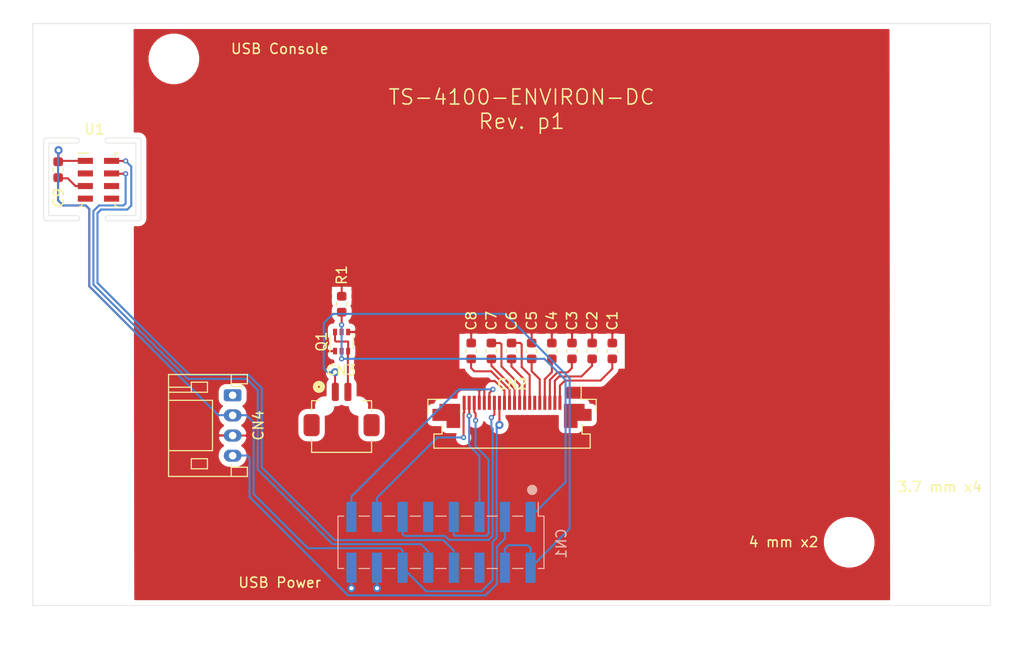
<source format=kicad_pcb>
(kicad_pcb (version 20171130) (host pcbnew "(5.1.6)-1")

  (general
    (thickness 1.6)
    (drawings 35)
    (tracks 224)
    (zones 0)
    (modules 22)
    (nets 35)
  )

  (page A)
  (layers
    (0 F.Cu signal)
    (31 B.Cu signal)
    (32 B.Adhes user)
    (33 F.Adhes user)
    (34 B.Paste user)
    (35 F.Paste user)
    (36 B.SilkS user)
    (37 F.SilkS user)
    (38 B.Mask user)
    (39 F.Mask user)
    (40 Dwgs.User user)
    (41 Cmts.User user)
    (42 Eco1.User user)
    (43 Eco2.User user)
    (44 Edge.Cuts user)
    (45 Margin user)
    (46 B.CrtYd user)
    (47 F.CrtYd user)
    (48 B.Fab user)
    (49 F.Fab user)
  )

  (setup
    (last_trace_width 0.2032)
    (trace_clearance 0.2032)
    (zone_clearance 0.762)
    (zone_45_only no)
    (trace_min 0.1524)
    (via_size 0.8)
    (via_drill 0.4)
    (via_min_size 0.381)
    (via_min_drill 0.254)
    (user_via 0.508 0.254)
    (uvia_size 0.3)
    (uvia_drill 0.1)
    (uvias_allowed no)
    (uvia_min_size 0.2)
    (uvia_min_drill 0.1)
    (edge_width 0.05)
    (segment_width 0.2)
    (pcb_text_width 0.3)
    (pcb_text_size 1.5 1.5)
    (mod_edge_width 0.12)
    (mod_text_size 1 1)
    (mod_text_width 0.15)
    (pad_size 1.7 1.7)
    (pad_drill 1)
    (pad_to_mask_clearance 0.05)
    (aux_axis_origin 0 0)
    (visible_elements 7FFFFFFF)
    (pcbplotparams
      (layerselection 0x010fc_ffffffff)
      (usegerberextensions false)
      (usegerberattributes true)
      (usegerberadvancedattributes true)
      (creategerberjobfile true)
      (excludeedgelayer true)
      (linewidth 0.100000)
      (plotframeref false)
      (viasonmask false)
      (mode 1)
      (useauxorigin false)
      (hpglpennumber 1)
      (hpglpenspeed 20)
      (hpglpendiameter 15.000000)
      (psnegative false)
      (psa4output false)
      (plotreference true)
      (plotvalue true)
      (plotinvisibletext false)
      (padsonsilk false)
      (subtractmaskfromsilk false)
      (outputformat 4)
      (mirror false)
      (drillshape 0)
      (scaleselection 1)
      (outputdirectory ""))
  )

  (net 0 "")
  (net 1 GND)
  (net 2 "Net-(C1-Pad1)")
  (net 3 "Net-(C2-Pad1)")
  (net 4 "Net-(C3-Pad1)")
  (net 5 "Net-(C4-Pad1)")
  (net 6 "Net-(C5-Pad1)")
  (net 7 "Net-(C6-Pad1)")
  (net 8 "Net-(C6-Pad2)")
  (net 9 "Net-(C7-Pad1)")
  (net 10 "Net-(C8-Pad1)")
  (net 11 +3V3)
  (net 12 "Net-(CN1-Pad6)")
  (net 13 SPI_MOSI)
  (net 14 SPI_CLK)
  (net 15 LCD_CMD)
  (net 16 LCD_RESET#)
  (net 17 SPI_CS#)
  (net 18 BACKLITE_EN)
  (net 19 +5V)
  (net 20 PIR_DIG_OUT)
  (net 21 I2C_SCL)
  (net 22 I2C_SDA)
  (net 23 "Net-(U1-Pad2)")
  (net 24 "Net-(U1-Pad6)")
  (net 25 "Net-(U1-Pad4)")
  (net 26 "Net-(U1-Pad5)")
  (net 27 "Net-(C7-Pad2)")
  (net 28 "Net-(CN1-Pad9)")
  (net 29 "Net-(CN2-Pad6)")
  (net 30 "Net-(CN2-Pad22)")
  (net 31 "Net-(CN2-Pad21)")
  (net 32 "Net-(CN3-Pad2)")
  (net 33 "Net-(CN3-PadMP)")
  (net 34 "Net-(CN4-Pad1)")

  (net_class Default "This is the default net class."
    (clearance 0.2032)
    (trace_width 0.2032)
    (via_dia 0.8)
    (via_drill 0.4)
    (uvia_dia 0.3)
    (uvia_drill 0.1)
    (add_net +3V3)
    (add_net +5V)
    (add_net BACKLITE_EN)
    (add_net GND)
    (add_net I2C_SCL)
    (add_net I2C_SDA)
    (add_net LCD_CMD)
    (add_net LCD_RESET#)
    (add_net "Net-(C1-Pad1)")
    (add_net "Net-(C2-Pad1)")
    (add_net "Net-(C3-Pad1)")
    (add_net "Net-(C4-Pad1)")
    (add_net "Net-(C5-Pad1)")
    (add_net "Net-(C6-Pad1)")
    (add_net "Net-(C6-Pad2)")
    (add_net "Net-(C7-Pad1)")
    (add_net "Net-(C7-Pad2)")
    (add_net "Net-(C8-Pad1)")
    (add_net "Net-(CN1-Pad6)")
    (add_net "Net-(CN1-Pad9)")
    (add_net "Net-(CN2-Pad21)")
    (add_net "Net-(CN2-Pad22)")
    (add_net "Net-(CN2-Pad6)")
    (add_net "Net-(CN3-Pad2)")
    (add_net "Net-(CN3-PadMP)")
    (add_net "Net-(CN4-Pad1)")
    (add_net "Net-(U1-Pad2)")
    (add_net "Net-(U1-Pad4)")
    (add_net "Net-(U1-Pad5)")
    (add_net "Net-(U1-Pad6)")
    (add_net PIR_DIG_OUT)
    (add_net SPI_CLK)
    (add_net SPI_CS#)
    (add_net SPI_MOSI)
  )

  (module ts4100-environ-station-DC:Amphenol_SFV20R-1STE1HLF_1x20-1MP_P0.50mm_Horizontal (layer F.Cu) (tedit 5F8F7683) (tstamp 5F6134D8)
    (at 147.05 120)
    (descr "Amphenol SFV, FFC/FPC connector, SFV20R-2STE1HLF, 20 Pins per row")
    (tags "connector Amphenol SFV horizontal")
    (path /5F59A061)
    (attr smd)
    (fp_text reference CN2 (at 0 -3.7) (layer F.SilkS)
      (effects (font (size 1 1) (thickness 0.15)))
    )
    (fp_text value LXD-M4492C-LCD (at 0 5.6) (layer F.Fab)
      (effects (font (size 1 1) (thickness 0.15)))
    )
    (fp_line (start 6.95 1.25) (end 6.95 0.3) (layer F.SilkS) (width 0.12))
    (fp_line (start 7.75 1.25) (end 6.95 1.25) (layer F.SilkS) (width 0.12))
    (fp_line (start -6.95 1.25) (end -6.95 0.35) (layer F.SilkS) (width 0.12))
    (fp_line (start -7.75 1.25) (end -6.95 1.25) (layer F.SilkS) (width 0.12))
    (fp_line (start -7.75 2.65) (end -7.75 1.25) (layer F.SilkS) (width 0.12))
    (fp_line (start 7.75 2.65) (end 7.75 1.25) (layer F.SilkS) (width 0.12))
    (fp_line (start 0 2.65) (end -7.75 2.65) (layer F.SilkS) (width 0.12))
    (fp_line (start 0 2.65) (end 7.75 2.65) (layer F.SilkS) (width 0.12))
    (fp_line (start 0 -1.55) (end -6.55 -1.55) (layer F.Fab) (width 0.1))
    (fp_line (start 0 -1.55) (end 6.55 -1.55) (layer F.Fab) (width 0.1))
    (fp_line (start -6.86 -2.2) (end -8.35 -2.2) (layer F.SilkS) (width 0.12))
    (fp_line (start -8.35 -2.2) (end -8.35 -0.86) (layer F.SilkS) (width 0.12))
    (fp_line (start 6.86 -2.2) (end 8.35 -2.2) (layer F.SilkS) (width 0.12))
    (fp_line (start 8.35 -2.2) (end 8.35 -0.86) (layer F.SilkS) (width 0.12))
    (fp_line (start 6.86 -2.2) (end 6.86 -3.4) (layer F.SilkS) (width 0.12))
    (fp_line (start -5.25 -1.45) (end -4.75 -0.742893) (layer F.Fab) (width 0.1))
    (fp_line (start -4.75 -0.742893) (end -4.25 -1.45) (layer F.Fab) (width 0.1))
    (fp_line (start -8.55 -3) (end -8.55 3.15) (layer F.CrtYd) (width 0.05))
    (fp_line (start -8.55 3.15) (end 8.55 3.15) (layer F.CrtYd) (width 0.05))
    (fp_line (start 8.55 3.15) (end 8.55 -3) (layer F.CrtYd) (width 0.05))
    (fp_line (start 8.55 -3) (end -8.55 -3) (layer F.CrtYd) (width 0.05))
    (fp_text user https://cdn.amphenol-icc.com/media/wysiwyg/files/drawing/10112793.pdf (at 0.35 8.1) (layer F.Fab) hide
      (effects (font (size 1 1) (thickness 0.15)))
    )
    (pad 21 smd custom (at -6.25 -0.8) (size 1 1) (layers F.Cu F.Paste F.Mask)
      (net 31 "Net-(CN2-Pad21)") (zone_connect 0)
      (options (clearance outline) (anchor rect))
      (primitives
        (gr_poly (pts
           (xy 1.05 1.4) (xy -0.2 1.4) (xy -0.2 0.7) (xy -1.6 0.7) (xy -1.6 -0.4)
           (xy -0.9 -0.4) (xy -0.9 -0.9) (xy 1.05 -0.9)) (width 0.1))
      ))
    (pad 22 smd custom (at 6.05 -0.85) (size 1 1) (layers F.Cu F.Paste F.Mask)
      (net 30 "Net-(CN2-Pad22)") (zone_connect 0)
      (options (clearance outline) (anchor rect))
      (primitives
        (gr_poly (pts
           (xy -0.85 1.45) (xy 0.4 1.45) (xy 0.4 0.75) (xy 1.8 0.75) (xy 1.8 -0.35)
           (xy 1.1 -0.35) (xy 1.1 -0.85) (xy -0.85 -0.85)) (width 0.1))
      ))
    (pad 1 smd rect (at 4.75 -1.85) (size 0.3 1.4) (layers F.Cu F.Paste F.Mask)
      (net 2 "Net-(C1-Pad1)"))
    (pad 2 smd rect (at 4.25 -1.85) (size 0.3 1.4) (layers F.Cu F.Paste F.Mask)
      (net 3 "Net-(C2-Pad1)"))
    (pad 3 smd rect (at 3.75 -1.85) (size 0.3 1.4) (layers F.Cu F.Paste F.Mask)
      (net 4 "Net-(C3-Pad1)"))
    (pad 4 smd rect (at 3.25 -1.85) (size 0.3 1.4) (layers F.Cu F.Paste F.Mask)
      (net 5 "Net-(C4-Pad1)"))
    (pad 5 smd rect (at 2.75 -1.85) (size 0.3 1.4) (layers F.Cu F.Paste F.Mask)
      (net 6 "Net-(C5-Pad1)"))
    (pad 6 smd rect (at 2.25 -1.85) (size 0.3 1.4) (layers F.Cu F.Paste F.Mask)
      (net 29 "Net-(CN2-Pad6)"))
    (pad 7 smd rect (at 1.75 -1.85) (size 0.3 1.4) (layers F.Cu F.Paste F.Mask)
      (net 7 "Net-(C6-Pad1)"))
    (pad 8 smd rect (at 1.25 -1.85) (size 0.3 1.4) (layers F.Cu F.Paste F.Mask)
      (net 8 "Net-(C6-Pad2)"))
    (pad 9 smd rect (at 0.75 -1.85) (size 0.3 1.4) (layers F.Cu F.Paste F.Mask)
      (net 9 "Net-(C7-Pad1)"))
    (pad 10 smd rect (at 0.25 -1.85) (size 0.3 1.4) (layers F.Cu F.Paste F.Mask)
      (net 27 "Net-(C7-Pad2)"))
    (pad 11 smd rect (at -0.25 -1.85) (size 0.3 1.4) (layers F.Cu F.Paste F.Mask)
      (net 10 "Net-(C8-Pad1)"))
    (pad 12 smd rect (at -0.75 -1.85) (size 0.3 1.4) (layers F.Cu F.Paste F.Mask)
      (net 1 GND))
    (pad 13 smd rect (at -1.25 -1.85) (size 0.3 1.4) (layers F.Cu F.Paste F.Mask)
      (net 11 +3V3))
    (pad 14 smd rect (at -1.75 -1.85) (size 0.3 1.4) (layers F.Cu F.Paste F.Mask)
      (net 13 SPI_MOSI))
    (pad 15 smd rect (at -2.25 -1.85) (size 0.3 1.4) (layers F.Cu F.Paste F.Mask)
      (net 14 SPI_CLK))
    (pad 16 smd rect (at -2.75 -1.85) (size 0.3 1.4) (layers F.Cu F.Paste F.Mask)
      (net 1 GND))
    (pad 17 smd rect (at -3.25 -1.85) (size 0.3 1.4) (layers F.Cu F.Paste F.Mask)
      (net 1 GND))
    (pad 18 smd rect (at -3.75 -1.85) (size 0.3 1.4) (layers F.Cu F.Paste F.Mask)
      (net 15 LCD_CMD))
    (pad 19 smd rect (at -4.25 -1.85) (size 0.3 1.4) (layers F.Cu F.Paste F.Mask)
      (net 16 LCD_RESET#))
    (pad 20 smd rect (at -4.75 -1.85) (size 0.3 1.4) (layers F.Cu F.Paste F.Mask)
      (net 17 SPI_CS#))
    (model ${KIPRJMOD}/ts4100-environ-station-DC.pretty/ssfv20r_1stlf.stp
      (offset (xyz 6.95 -2.65 1.8))
      (scale (xyz 1 1 1))
      (rotate (xyz -90 180 0))
    )
  )

  (module "ts4100-environ-station-DC:Hirose_DF13-2P-1.25H(75)_1x02_1MP_P1.25mm_Horizontal" (layer F.Cu) (tedit 5F5BF752) (tstamp 5F62447C)
    (at 130.1384 117.0668)
    (descr "Hirose DF13 SMD, DF13-2P-1.25H(75), 2 Pins per row (https://www.hirose.com/product/en/products/DF13/), generated with kicad-footprint-generator")
    (tags "hirose connector")
    (path /5F5BC7DF)
    (attr smd)
    (fp_text reference CN3 (at -0.05 -2.15) (layer F.SilkS)
      (effects (font (size 1 1) (thickness 0.15)))
    )
    (fp_text value Conn_01x02_MountingPin (at -0.075 8.175) (layer F.Fab)
      (effects (font (size 1 1) (thickness 0.15)))
    )
    (fp_line (start -2.975 4.65) (end -2.975 6) (layer F.SilkS) (width 0.12))
    (fp_line (start -2.975 0.875) (end -2.975 2) (layer F.SilkS) (width 0.12))
    (fp_line (start -2.2 0.875) (end -2.975 0.875) (layer F.SilkS) (width 0.12))
    (fp_line (start -4.4 -1.3) (end -4.4 6.55) (layer F.CrtYd) (width 0.05))
    (fp_line (start -4.4 6.55) (end 4.4 6.55) (layer F.CrtYd) (width 0.05))
    (fp_line (start 4.4 -1.3) (end 4.4 6.55) (layer F.CrtYd) (width 0.05))
    (fp_line (start -4.4 -1.3) (end 4.4 -1.3) (layer F.CrtYd) (width 0.05))
    (fp_line (start 2.975 6) (end 2.975 4.675) (layer F.SilkS) (width 0.12))
    (fp_line (start 2.975 1.95) (end 2.975 0.875) (layer F.SilkS) (width 0.12))
    (fp_line (start -2.975 6) (end 2.975 6) (layer F.SilkS) (width 0.12))
    (fp_line (start 2.025 0.875) (end 2.975 0.875) (layer F.SilkS) (width 0.12))
    (fp_circle (center -2.25 -0.5) (end -2.15 -0.5) (layer F.SilkS) (width 0.5))
    (pad 1 smd roundrect (at -0.625 0) (size 0.7 1.8) (layers F.Cu F.Paste F.Mask) (roundrect_rratio 0.25)
      (net 19 +5V))
    (pad 2 smd roundrect (at 0.625 0) (size 0.7 1.8) (layers F.Cu F.Paste F.Mask) (roundrect_rratio 0.25)
      (net 32 "Net-(CN3-Pad2)"))
    (pad MP smd roundrect (at -2.975 3.3) (size 1.6 2.2) (layers F.Cu F.Paste F.Mask) (roundrect_rratio 0.25)
      (net 33 "Net-(CN3-PadMP)"))
    (pad MP smd roundrect (at 2.975 3.3) (size 1.6 2.2) (layers F.Cu F.Paste F.Mask) (roundrect_rratio 0.25)
      (net 33 "Net-(CN3-PadMP)"))
    (pad "" np_thru_hole circle (at 1.675 1.4) (size 0.9 0.9) (drill 0.9) (layers *.Cu *.Mask))
    (pad "" np_thru_hole circle (at -1.675 1.4) (size 0.9 0.9) (drill 0.9) (layers *.Cu *.Mask))
    (model ${KIPRJMOD}/ts4100-environ-station-DC.pretty/DF13-2P-1.25H.stp
      (offset (xyz -11.87 -3.23 -22.5))
      (scale (xyz 1 1 1))
      (rotate (xyz 0 90 180))
    )
  )

  (module MountingHole:MountingHole_3.7mm locked (layer F.Cu) (tedit 56D1B4CB) (tstamp 5F612E13)
    (at 104.3 131.4)
    (descr "Mounting Hole 3.7mm, no annular")
    (tags "mounting hole 3.7mm no annular")
    (attr virtual)
    (fp_text reference REF** (at 0 -4.7) (layer F.SilkS) hide
      (effects (font (size 1 1) (thickness 0.15)))
    )
    (fp_text value MountingHole_3.7mm (at 0 4.7) (layer F.Fab)
      (effects (font (size 1 1) (thickness 0.15)))
    )
    (fp_circle (center 0 0) (end 3.7 0) (layer Cmts.User) (width 0.15))
    (fp_circle (center 0 0) (end 3.95 0) (layer F.CrtYd) (width 0.05))
    (fp_text user %R (at 0.3 0) (layer F.Fab)
      (effects (font (size 1 1) (thickness 0.15)))
    )
    (pad 1 np_thru_hole circle (at 0 0) (size 3.7 3.7) (drill 3.7) (layers *.Cu *.Mask))
  )

  (module Package_TO_SOT_SMD:SOT-363_SC-70-6 (layer F.Cu) (tedit 5A02FF57) (tstamp 5F612DCD)
    (at 130.1384 112.0668 90)
    (descr "SOT-363, SC-70-6")
    (tags "SOT-363 SC-70-6")
    (path /5F5C0980)
    (attr smd)
    (fp_text reference Q1 (at 0 -2 90) (layer F.SilkS)
      (effects (font (size 1 1) (thickness 0.15)))
    )
    (fp_text value DMN65D8LDW (at 0 2 270) (layer F.Fab)
      (effects (font (size 1 1) (thickness 0.15)))
    )
    (fp_line (start 0.7 -1.16) (end -1.2 -1.16) (layer F.SilkS) (width 0.12))
    (fp_line (start -0.7 1.16) (end 0.7 1.16) (layer F.SilkS) (width 0.12))
    (fp_line (start 1.6 1.4) (end 1.6 -1.4) (layer F.CrtYd) (width 0.05))
    (fp_line (start -1.6 -1.4) (end -1.6 1.4) (layer F.CrtYd) (width 0.05))
    (fp_line (start -1.6 -1.4) (end 1.6 -1.4) (layer F.CrtYd) (width 0.05))
    (fp_line (start 0.675 -1.1) (end -0.175 -1.1) (layer F.Fab) (width 0.1))
    (fp_line (start -0.675 -0.6) (end -0.675 1.1) (layer F.Fab) (width 0.1))
    (fp_line (start -1.6 1.4) (end 1.6 1.4) (layer F.CrtYd) (width 0.05))
    (fp_line (start 0.675 -1.1) (end 0.675 1.1) (layer F.Fab) (width 0.1))
    (fp_line (start 0.675 1.1) (end -0.675 1.1) (layer F.Fab) (width 0.1))
    (fp_line (start -0.175 -1.1) (end -0.675 -0.6) (layer F.Fab) (width 0.1))
    (fp_text user %R (at 0 0) (layer F.Fab)
      (effects (font (size 0.5 0.5) (thickness 0.075)))
    )
    (pad 1 smd rect (at -0.95 -0.65 90) (size 0.65 0.4) (layers F.Cu F.Paste F.Mask)
      (net 1 GND))
    (pad 3 smd rect (at -0.95 0.65 90) (size 0.65 0.4) (layers F.Cu F.Paste F.Mask)
      (net 32 "Net-(CN3-Pad2)"))
    (pad 5 smd rect (at 0.95 0 90) (size 0.65 0.4) (layers F.Cu F.Paste F.Mask)
      (net 18 BACKLITE_EN))
    (pad 2 smd rect (at -0.95 0 90) (size 0.65 0.4) (layers F.Cu F.Paste F.Mask)
      (net 18 BACKLITE_EN))
    (pad 4 smd rect (at 0.95 0.65 90) (size 0.65 0.4) (layers F.Cu F.Paste F.Mask)
      (net 1 GND))
    (pad 6 smd rect (at 0.95 -0.65 90) (size 0.65 0.4) (layers F.Cu F.Paste F.Mask)
      (net 32 "Net-(CN3-Pad2)"))
    (model ${KISYS3DMOD}/Package_TO_SOT_SMD.3dshapes/SOT-363_SC-70-6.wrl
      (at (xyz 0 0 0))
      (scale (xyz 1 1 1))
      (rotate (xyz 0 0 0))
    )
  )

  (module Capacitor_SMD:C_0603_1608Metric (layer F.Cu) (tedit 5B301BBE) (tstamp 5F8FEE28)
    (at 143 113 90)
    (descr "Capacitor SMD 0603 (1608 Metric), square (rectangular) end terminal, IPC_7351 nominal, (Body size source: http://www.tortai-tech.com/upload/download/2011102023233369053.pdf), generated with kicad-footprint-generator")
    (tags capacitor)
    (path /5F5A19BB)
    (attr smd)
    (fp_text reference C8 (at 3 0 90) (layer F.SilkS)
      (effects (font (size 1 1) (thickness 0.15)))
    )
    (fp_text value 1uF (at 0 1.43 90) (layer F.Fab)
      (effects (font (size 1 1) (thickness 0.15)))
    )
    (fp_line (start -0.8 0.4) (end -0.8 -0.4) (layer F.Fab) (width 0.1))
    (fp_line (start -0.8 -0.4) (end 0.8 -0.4) (layer F.Fab) (width 0.1))
    (fp_line (start 0.8 -0.4) (end 0.8 0.4) (layer F.Fab) (width 0.1))
    (fp_line (start 0.8 0.4) (end -0.8 0.4) (layer F.Fab) (width 0.1))
    (fp_line (start -0.162779 -0.51) (end 0.162779 -0.51) (layer F.SilkS) (width 0.12))
    (fp_line (start -0.162779 0.51) (end 0.162779 0.51) (layer F.SilkS) (width 0.12))
    (fp_line (start -1.48 0.73) (end -1.48 -0.73) (layer F.CrtYd) (width 0.05))
    (fp_line (start -1.48 -0.73) (end 1.48 -0.73) (layer F.CrtYd) (width 0.05))
    (fp_line (start 1.48 -0.73) (end 1.48 0.73) (layer F.CrtYd) (width 0.05))
    (fp_line (start 1.48 0.73) (end -1.48 0.73) (layer F.CrtYd) (width 0.05))
    (fp_text user %R (at 0 0 90) (layer F.Fab)
      (effects (font (size 0.4 0.4) (thickness 0.06)))
    )
    (pad 1 smd roundrect (at -0.7875 0 90) (size 0.875 0.95) (layers F.Cu F.Paste F.Mask) (roundrect_rratio 0.25)
      (net 10 "Net-(C8-Pad1)"))
    (pad 2 smd roundrect (at 0.7875 0 90) (size 0.875 0.95) (layers F.Cu F.Paste F.Mask) (roundrect_rratio 0.25)
      (net 1 GND))
    (model ${KISYS3DMOD}/Capacitor_SMD.3dshapes/C_0603_1608Metric.wrl
      (at (xyz 0 0 0))
      (scale (xyz 1 1 1))
      (rotate (xyz 0 0 0))
    )
  )

  (module Capacitor_SMD:C_0603_1608Metric (layer F.Cu) (tedit 5B301BBE) (tstamp 5F8FEDF8)
    (at 149 113 90)
    (descr "Capacitor SMD 0603 (1608 Metric), square (rectangular) end terminal, IPC_7351 nominal, (Body size source: http://www.tortai-tech.com/upload/download/2011102023233369053.pdf), generated with kicad-footprint-generator")
    (tags capacitor)
    (path /5F59FF0D)
    (attr smd)
    (fp_text reference C5 (at 3 0 90) (layer F.SilkS)
      (effects (font (size 1 1) (thickness 0.15)))
    )
    (fp_text value 1uF (at 0 1.43 90) (layer F.Fab)
      (effects (font (size 1 1) (thickness 0.15)))
    )
    (fp_line (start -0.8 0.4) (end -0.8 -0.4) (layer F.Fab) (width 0.1))
    (fp_line (start -0.8 -0.4) (end 0.8 -0.4) (layer F.Fab) (width 0.1))
    (fp_line (start 0.8 -0.4) (end 0.8 0.4) (layer F.Fab) (width 0.1))
    (fp_line (start 0.8 0.4) (end -0.8 0.4) (layer F.Fab) (width 0.1))
    (fp_line (start -0.162779 -0.51) (end 0.162779 -0.51) (layer F.SilkS) (width 0.12))
    (fp_line (start -0.162779 0.51) (end 0.162779 0.51) (layer F.SilkS) (width 0.12))
    (fp_line (start -1.48 0.73) (end -1.48 -0.73) (layer F.CrtYd) (width 0.05))
    (fp_line (start -1.48 -0.73) (end 1.48 -0.73) (layer F.CrtYd) (width 0.05))
    (fp_line (start 1.48 -0.73) (end 1.48 0.73) (layer F.CrtYd) (width 0.05))
    (fp_line (start 1.48 0.73) (end -1.48 0.73) (layer F.CrtYd) (width 0.05))
    (fp_text user %R (at 0 0 90) (layer F.Fab)
      (effects (font (size 0.4 0.4) (thickness 0.06)))
    )
    (pad 1 smd roundrect (at -0.7875 0 90) (size 0.875 0.95) (layers F.Cu F.Paste F.Mask) (roundrect_rratio 0.25)
      (net 6 "Net-(C5-Pad1)"))
    (pad 2 smd roundrect (at 0.7875 0 90) (size 0.875 0.95) (layers F.Cu F.Paste F.Mask) (roundrect_rratio 0.25)
      (net 1 GND))
    (model ${KISYS3DMOD}/Capacitor_SMD.3dshapes/C_0603_1608Metric.wrl
      (at (xyz 0 0 0))
      (scale (xyz 1 1 1))
      (rotate (xyz 0 0 0))
    )
  )

  (module Capacitor_SMD:C_0603_1608Metric (layer F.Cu) (tedit 5B301BBE) (tstamp 5F8FEEE8)
    (at 153 113 90)
    (descr "Capacitor SMD 0603 (1608 Metric), square (rectangular) end terminal, IPC_7351 nominal, (Body size source: http://www.tortai-tech.com/upload/download/2011102023233369053.pdf), generated with kicad-footprint-generator")
    (tags capacitor)
    (path /5F59DADC)
    (attr smd)
    (fp_text reference C3 (at 3 0 90) (layer F.SilkS)
      (effects (font (size 1 1) (thickness 0.15)))
    )
    (fp_text value 1uF (at 0 1.43 90) (layer F.Fab)
      (effects (font (size 1 1) (thickness 0.15)))
    )
    (fp_line (start -0.8 0.4) (end -0.8 -0.4) (layer F.Fab) (width 0.1))
    (fp_line (start -0.8 -0.4) (end 0.8 -0.4) (layer F.Fab) (width 0.1))
    (fp_line (start 0.8 -0.4) (end 0.8 0.4) (layer F.Fab) (width 0.1))
    (fp_line (start 0.8 0.4) (end -0.8 0.4) (layer F.Fab) (width 0.1))
    (fp_line (start -0.162779 -0.51) (end 0.162779 -0.51) (layer F.SilkS) (width 0.12))
    (fp_line (start -0.162779 0.51) (end 0.162779 0.51) (layer F.SilkS) (width 0.12))
    (fp_line (start -1.48 0.73) (end -1.48 -0.73) (layer F.CrtYd) (width 0.05))
    (fp_line (start -1.48 -0.73) (end 1.48 -0.73) (layer F.CrtYd) (width 0.05))
    (fp_line (start 1.48 -0.73) (end 1.48 0.73) (layer F.CrtYd) (width 0.05))
    (fp_line (start 1.48 0.73) (end -1.48 0.73) (layer F.CrtYd) (width 0.05))
    (fp_text user %R (at 0 0 90) (layer F.Fab)
      (effects (font (size 0.4 0.4) (thickness 0.06)))
    )
    (pad 1 smd roundrect (at -0.7875 0 90) (size 0.875 0.95) (layers F.Cu F.Paste F.Mask) (roundrect_rratio 0.25)
      (net 4 "Net-(C3-Pad1)"))
    (pad 2 smd roundrect (at 0.7875 0 90) (size 0.875 0.95) (layers F.Cu F.Paste F.Mask) (roundrect_rratio 0.25)
      (net 1 GND))
    (model ${KISYS3DMOD}/Capacitor_SMD.3dshapes/C_0603_1608Metric.wrl
      (at (xyz 0 0 0))
      (scale (xyz 1 1 1))
      (rotate (xyz 0 0 0))
    )
  )

  (module Capacitor_SMD:C_0603_1608Metric (layer F.Cu) (tedit 5B301BBE) (tstamp 5F8FEE88)
    (at 155 113 90)
    (descr "Capacitor SMD 0603 (1608 Metric), square (rectangular) end terminal, IPC_7351 nominal, (Body size source: http://www.tortai-tech.com/upload/download/2011102023233369053.pdf), generated with kicad-footprint-generator")
    (tags capacitor)
    (path /5F59D41A)
    (attr smd)
    (fp_text reference C2 (at 3 0 90) (layer F.SilkS)
      (effects (font (size 1 1) (thickness 0.15)))
    )
    (fp_text value 1uF (at 0 1.43 90) (layer F.Fab)
      (effects (font (size 1 1) (thickness 0.15)))
    )
    (fp_line (start 1.48 0.73) (end -1.48 0.73) (layer F.CrtYd) (width 0.05))
    (fp_line (start 1.48 -0.73) (end 1.48 0.73) (layer F.CrtYd) (width 0.05))
    (fp_line (start -1.48 -0.73) (end 1.48 -0.73) (layer F.CrtYd) (width 0.05))
    (fp_line (start -1.48 0.73) (end -1.48 -0.73) (layer F.CrtYd) (width 0.05))
    (fp_line (start -0.162779 0.51) (end 0.162779 0.51) (layer F.SilkS) (width 0.12))
    (fp_line (start -0.162779 -0.51) (end 0.162779 -0.51) (layer F.SilkS) (width 0.12))
    (fp_line (start 0.8 0.4) (end -0.8 0.4) (layer F.Fab) (width 0.1))
    (fp_line (start 0.8 -0.4) (end 0.8 0.4) (layer F.Fab) (width 0.1))
    (fp_line (start -0.8 -0.4) (end 0.8 -0.4) (layer F.Fab) (width 0.1))
    (fp_line (start -0.8 0.4) (end -0.8 -0.4) (layer F.Fab) (width 0.1))
    (fp_text user %R (at 0 0 90) (layer F.Fab)
      (effects (font (size 0.4 0.4) (thickness 0.06)))
    )
    (pad 2 smd roundrect (at 0.7875 0 90) (size 0.875 0.95) (layers F.Cu F.Paste F.Mask) (roundrect_rratio 0.25)
      (net 1 GND))
    (pad 1 smd roundrect (at -0.7875 0 90) (size 0.875 0.95) (layers F.Cu F.Paste F.Mask) (roundrect_rratio 0.25)
      (net 3 "Net-(C2-Pad1)"))
    (model ${KISYS3DMOD}/Capacitor_SMD.3dshapes/C_0603_1608Metric.wrl
      (at (xyz 0 0 0))
      (scale (xyz 1 1 1))
      (rotate (xyz 0 0 0))
    )
  )

  (module Capacitor_SMD:C_0603_1608Metric (layer F.Cu) (tedit 5B301BBE) (tstamp 5F8FEE58)
    (at 157 113 90)
    (descr "Capacitor SMD 0603 (1608 Metric), square (rectangular) end terminal, IPC_7351 nominal, (Body size source: http://www.tortai-tech.com/upload/download/2011102023233369053.pdf), generated with kicad-footprint-generator")
    (tags capacitor)
    (path /5F59CDD9)
    (attr smd)
    (fp_text reference C1 (at 3 0 90) (layer F.SilkS)
      (effects (font (size 1 1) (thickness 0.15)))
    )
    (fp_text value 1uF (at 0 1.43 90) (layer F.Fab)
      (effects (font (size 1 1) (thickness 0.15)))
    )
    (fp_line (start -0.8 0.4) (end -0.8 -0.4) (layer F.Fab) (width 0.1))
    (fp_line (start -0.8 -0.4) (end 0.8 -0.4) (layer F.Fab) (width 0.1))
    (fp_line (start 0.8 -0.4) (end 0.8 0.4) (layer F.Fab) (width 0.1))
    (fp_line (start 0.8 0.4) (end -0.8 0.4) (layer F.Fab) (width 0.1))
    (fp_line (start -0.162779 -0.51) (end 0.162779 -0.51) (layer F.SilkS) (width 0.12))
    (fp_line (start -0.162779 0.51) (end 0.162779 0.51) (layer F.SilkS) (width 0.12))
    (fp_line (start -1.48 0.73) (end -1.48 -0.73) (layer F.CrtYd) (width 0.05))
    (fp_line (start -1.48 -0.73) (end 1.48 -0.73) (layer F.CrtYd) (width 0.05))
    (fp_line (start 1.48 -0.73) (end 1.48 0.73) (layer F.CrtYd) (width 0.05))
    (fp_line (start 1.48 0.73) (end -1.48 0.73) (layer F.CrtYd) (width 0.05))
    (fp_text user %R (at 0 0 90) (layer F.Fab)
      (effects (font (size 0.4 0.4) (thickness 0.06)))
    )
    (pad 1 smd roundrect (at -0.7875 0 90) (size 0.875 0.95) (layers F.Cu F.Paste F.Mask) (roundrect_rratio 0.25)
      (net 2 "Net-(C1-Pad1)"))
    (pad 2 smd roundrect (at 0.7875 0 90) (size 0.875 0.95) (layers F.Cu F.Paste F.Mask) (roundrect_rratio 0.25)
      (net 1 GND))
    (model ${KISYS3DMOD}/Capacitor_SMD.3dshapes/C_0603_1608Metric.wrl
      (at (xyz 0 0 0))
      (scale (xyz 1 1 1))
      (rotate (xyz 0 0 0))
    )
  )

  (module Capacitor_SMD:C_0603_1608Metric (layer F.Cu) (tedit 5B301BBE) (tstamp 5F8FEF18)
    (at 147 113 270)
    (descr "Capacitor SMD 0603 (1608 Metric), square (rectangular) end terminal, IPC_7351 nominal, (Body size source: http://www.tortai-tech.com/upload/download/2011102023233369053.pdf), generated with kicad-footprint-generator")
    (tags capacitor)
    (path /5F5AA0C0)
    (attr smd)
    (fp_text reference C6 (at -3 0 90) (layer F.SilkS)
      (effects (font (size 1 1) (thickness 0.15)))
    )
    (fp_text value 1uF (at 0 1.43 90) (layer F.Fab)
      (effects (font (size 1 1) (thickness 0.15)))
    )
    (fp_line (start 1.48 0.73) (end -1.48 0.73) (layer F.CrtYd) (width 0.05))
    (fp_line (start 1.48 -0.73) (end 1.48 0.73) (layer F.CrtYd) (width 0.05))
    (fp_line (start -1.48 -0.73) (end 1.48 -0.73) (layer F.CrtYd) (width 0.05))
    (fp_line (start -1.48 0.73) (end -1.48 -0.73) (layer F.CrtYd) (width 0.05))
    (fp_line (start -0.162779 0.51) (end 0.162779 0.51) (layer F.SilkS) (width 0.12))
    (fp_line (start -0.162779 -0.51) (end 0.162779 -0.51) (layer F.SilkS) (width 0.12))
    (fp_line (start 0.8 0.4) (end -0.8 0.4) (layer F.Fab) (width 0.1))
    (fp_line (start 0.8 -0.4) (end 0.8 0.4) (layer F.Fab) (width 0.1))
    (fp_line (start -0.8 -0.4) (end 0.8 -0.4) (layer F.Fab) (width 0.1))
    (fp_line (start -0.8 0.4) (end -0.8 -0.4) (layer F.Fab) (width 0.1))
    (fp_text user %R (at 0 0 90) (layer F.Fab)
      (effects (font (size 0.4 0.4) (thickness 0.06)))
    )
    (pad 2 smd roundrect (at 0.7875 0 270) (size 0.875 0.95) (layers F.Cu F.Paste F.Mask) (roundrect_rratio 0.25)
      (net 8 "Net-(C6-Pad2)"))
    (pad 1 smd roundrect (at -0.7875 0 270) (size 0.875 0.95) (layers F.Cu F.Paste F.Mask) (roundrect_rratio 0.25)
      (net 7 "Net-(C6-Pad1)"))
    (model ${KISYS3DMOD}/Capacitor_SMD.3dshapes/C_0603_1608Metric.wrl
      (at (xyz 0 0 0))
      (scale (xyz 1 1 1))
      (rotate (xyz 0 0 0))
    )
  )

  (module Capacitor_SMD:C_0603_1608Metric (layer F.Cu) (tedit 5B301BBE) (tstamp 5F8FEF48)
    (at 151 113 90)
    (descr "Capacitor SMD 0603 (1608 Metric), square (rectangular) end terminal, IPC_7351 nominal, (Body size source: http://www.tortai-tech.com/upload/download/2011102023233369053.pdf), generated with kicad-footprint-generator")
    (tags capacitor)
    (path /5F59DC91)
    (attr smd)
    (fp_text reference C4 (at 3 0 90) (layer F.SilkS)
      (effects (font (size 1 1) (thickness 0.15)))
    )
    (fp_text value 1uF (at 0 1.43 90) (layer F.Fab)
      (effects (font (size 1 1) (thickness 0.15)))
    )
    (fp_line (start 1.48 0.73) (end -1.48 0.73) (layer F.CrtYd) (width 0.05))
    (fp_line (start 1.48 -0.73) (end 1.48 0.73) (layer F.CrtYd) (width 0.05))
    (fp_line (start -1.48 -0.73) (end 1.48 -0.73) (layer F.CrtYd) (width 0.05))
    (fp_line (start -1.48 0.73) (end -1.48 -0.73) (layer F.CrtYd) (width 0.05))
    (fp_line (start -0.162779 0.51) (end 0.162779 0.51) (layer F.SilkS) (width 0.12))
    (fp_line (start -0.162779 -0.51) (end 0.162779 -0.51) (layer F.SilkS) (width 0.12))
    (fp_line (start 0.8 0.4) (end -0.8 0.4) (layer F.Fab) (width 0.1))
    (fp_line (start 0.8 -0.4) (end 0.8 0.4) (layer F.Fab) (width 0.1))
    (fp_line (start -0.8 -0.4) (end 0.8 -0.4) (layer F.Fab) (width 0.1))
    (fp_line (start -0.8 0.4) (end -0.8 -0.4) (layer F.Fab) (width 0.1))
    (fp_text user %R (at 0 0 90) (layer F.Fab)
      (effects (font (size 0.4 0.4) (thickness 0.06)))
    )
    (pad 2 smd roundrect (at 0.7875 0 90) (size 0.875 0.95) (layers F.Cu F.Paste F.Mask) (roundrect_rratio 0.25)
      (net 1 GND))
    (pad 1 smd roundrect (at -0.7875 0 90) (size 0.875 0.95) (layers F.Cu F.Paste F.Mask) (roundrect_rratio 0.25)
      (net 5 "Net-(C4-Pad1)"))
    (model ${KISYS3DMOD}/Capacitor_SMD.3dshapes/C_0603_1608Metric.wrl
      (at (xyz 0 0 0))
      (scale (xyz 1 1 1))
      (rotate (xyz 0 0 0))
    )
  )

  (module Capacitor_SMD:C_0603_1608Metric (layer F.Cu) (tedit 5B301BBE) (tstamp 5F8FEEB8)
    (at 145 113 270)
    (descr "Capacitor SMD 0603 (1608 Metric), square (rectangular) end terminal, IPC_7351 nominal, (Body size source: http://www.tortai-tech.com/upload/download/2011102023233369053.pdf), generated with kicad-footprint-generator")
    (tags capacitor)
    (path /5F5A80E3)
    (attr smd)
    (fp_text reference C7 (at -3 0 90) (layer F.SilkS)
      (effects (font (size 1 1) (thickness 0.15)))
    )
    (fp_text value 1uF (at 0 1.43 90) (layer F.Fab)
      (effects (font (size 1 1) (thickness 0.15)))
    )
    (fp_line (start -0.8 0.4) (end -0.8 -0.4) (layer F.Fab) (width 0.1))
    (fp_line (start -0.8 -0.4) (end 0.8 -0.4) (layer F.Fab) (width 0.1))
    (fp_line (start 0.8 -0.4) (end 0.8 0.4) (layer F.Fab) (width 0.1))
    (fp_line (start 0.8 0.4) (end -0.8 0.4) (layer F.Fab) (width 0.1))
    (fp_line (start -0.162779 -0.51) (end 0.162779 -0.51) (layer F.SilkS) (width 0.12))
    (fp_line (start -0.162779 0.51) (end 0.162779 0.51) (layer F.SilkS) (width 0.12))
    (fp_line (start -1.48 0.73) (end -1.48 -0.73) (layer F.CrtYd) (width 0.05))
    (fp_line (start -1.48 -0.73) (end 1.48 -0.73) (layer F.CrtYd) (width 0.05))
    (fp_line (start 1.48 -0.73) (end 1.48 0.73) (layer F.CrtYd) (width 0.05))
    (fp_line (start 1.48 0.73) (end -1.48 0.73) (layer F.CrtYd) (width 0.05))
    (fp_text user %R (at 0 0 90) (layer F.Fab)
      (effects (font (size 0.4 0.4) (thickness 0.06)))
    )
    (pad 1 smd roundrect (at -0.7875 0 270) (size 0.875 0.95) (layers F.Cu F.Paste F.Mask) (roundrect_rratio 0.25)
      (net 9 "Net-(C7-Pad1)"))
    (pad 2 smd roundrect (at 0.7875 0 270) (size 0.875 0.95) (layers F.Cu F.Paste F.Mask) (roundrect_rratio 0.25)
      (net 27 "Net-(C7-Pad2)"))
    (model ${KISYS3DMOD}/Capacitor_SMD.3dshapes/C_0603_1608Metric.wrl
      (at (xyz 0 0 0))
      (scale (xyz 1 1 1))
      (rotate (xyz 0 0 0))
    )
  )

  (module ts4100-environ-station-DC:DFN-8_3x5_P1.25mm_HandSolder (layer F.Cu) (tedit 5F599E9C) (tstamp 5F626164)
    (at 106.016 96)
    (path /5F580217)
    (fp_text reference U1 (at -0.4028 -5.0172) (layer F.SilkS)
      (effects (font (size 1 1) (thickness 0.15)))
    )
    (fp_text value MS860702BA01-50 (at 0 4.8) (layer F.Fab)
      (effects (font (size 1 1) (thickness 0.15)))
    )
    (fp_line (start -1.5 -1.5) (end -1.5 2.5) (layer F.Fab) (width 0.15))
    (fp_line (start 2.45 3.3) (end -2.45 3.3) (layer F.CrtYd) (width 0.05))
    (fp_line (start 1.65 2.65) (end 1.65 2.3375) (layer F.SilkS) (width 0.12))
    (fp_line (start -0.5 -2.5) (end -1.5 -1.5) (layer F.Fab) (width 0.15))
    (fp_line (start -1.65 2.65) (end -1.65 2.3375) (layer F.SilkS) (width 0.12))
    (fp_line (start 1.5 2.5) (end 1.5 -2.5) (layer F.Fab) (width 0.15))
    (fp_line (start 1.875 2.65) (end 1.65 2.65) (layer F.SilkS) (width 0.12))
    (fp_line (start 2.45 -3.3) (end 2.45 3.3) (layer F.CrtYd) (width 0.05))
    (fp_line (start 1.875 -2.65) (end 1.65 -2.65) (layer F.SilkS) (width 0.12))
    (fp_line (start -1.5 2.5) (end 1.5 2.5) (layer F.Fab) (width 0.15))
    (fp_line (start -1.875 2.65) (end -1.65 2.65) (layer F.SilkS) (width 0.12))
    (fp_line (start -2.45 -3.3) (end 2.45 -3.3) (layer F.CrtYd) (width 0.05))
    (fp_line (start -2.45 3.3) (end -2.45 -3.3) (layer F.CrtYd) (width 0.05))
    (fp_line (start -1 -2.65) (end -2.05 -2.65) (layer F.SilkS) (width 0.12))
    (fp_line (start 1.5 -2.5) (end -0.5 -2.5) (layer F.Fab) (width 0.15))
    (fp_line (start 1.65 -2.65) (end 1.65 -2.325) (layer F.SilkS) (width 0.12))
    (pad 2 smd rect (at -1.3 -0.625 90) (size 0.6 1.5) (layers F.Cu F.Paste F.Mask)
      (net 23 "Net-(U1-Pad2)"))
    (pad 8 smd rect (at 1.3 -1.875 90) (size 0.6 1.5) (layers F.Cu F.Paste F.Mask)
      (net 21 I2C_SCL))
    (pad 6 smd rect (at 1.3 0.625 90) (size 0.6 1.5) (layers F.Cu F.Paste F.Mask)
      (net 24 "Net-(U1-Pad6)"))
    (pad 4 smd rect (at -1.3 1.875 90) (size 0.6 1.5) (layers F.Cu F.Paste F.Mask)
      (net 25 "Net-(U1-Pad4)"))
    (pad 7 smd rect (at 1.3 -0.625 90) (size 0.6 1.5) (layers F.Cu F.Paste F.Mask)
      (net 22 I2C_SDA))
    (pad 1 smd rect (at -1.3 -1.875 90) (size 0.6 1.5) (layers F.Cu F.Paste F.Mask)
      (net 11 +3V3))
    (pad 3 smd rect (at -1.3 0.625 90) (size 0.6 1.5) (layers F.Cu F.Paste F.Mask)
      (net 1 GND))
    (pad 5 smd rect (at 1.3 1.875 90) (size 0.6 1.5) (layers F.Cu F.Paste F.Mask)
      (net 26 "Net-(U1-Pad5)"))
    (model ${KIPRJMOD}/ts4100-environ-station-DC.pretty/c-ms860702ba01-50-1-3d.stp
      (offset (xyz 0 0 1))
      (scale (xyz 1 1 1))
      (rotate (xyz 0 0 90))
    )
  )

  (module Connector_PinSocket_2.54mm:PinSocket_2x08_P2.54mm_Vertical_SMD locked (layer B.Cu) (tedit 5A19A42E) (tstamp 5F6129D6)
    (at 140 132 90)
    (descr "surface-mounted straight socket strip, 2x08, 2.54mm pitch, double cols (from Kicad 4.0.7), script generated")
    (tags "Surface mounted socket strip SMD 2x08 2.54mm double row")
    (path /5F583F81)
    (attr smd)
    (fp_text reference CN1 (at -0.1308 11.9428 90) (layer B.SilkS)
      (effects (font (size 1 1) (thickness 0.15)) (justify mirror))
    )
    (fp_text value Conn_02x08_Odd_Even (at -1.27 -20.55 90) (layer B.Fab)
      (effects (font (size 1 1) (thickness 0.15)) (justify mirror))
    )
    (fp_line (start -4.55 -10.65) (end -4.55 10.7) (layer B.CrtYd) (width 0.05))
    (fp_line (start 4.5 -10.65) (end -4.55 -10.65) (layer B.CrtYd) (width 0.05))
    (fp_line (start 4.5 10.7) (end 4.5 -10.65) (layer B.CrtYd) (width 0.05))
    (fp_line (start -4.55 10.7) (end 4.5 10.7) (layer B.CrtYd) (width 0.05))
    (fp_line (start 3.92 -9.21) (end 2.54 -9.21) (layer B.Fab) (width 0.1))
    (fp_line (start 3.92 -8.57) (end 3.92 -9.21) (layer B.Fab) (width 0.1))
    (fp_line (start 2.54 -8.57) (end 3.92 -8.57) (layer B.Fab) (width 0.1))
    (fp_line (start -3.92 -9.21) (end -3.92 -8.57) (layer B.Fab) (width 0.1))
    (fp_line (start -2.54 -9.21) (end -3.92 -9.21) (layer B.Fab) (width 0.1))
    (fp_line (start -3.92 -8.57) (end -2.54 -8.57) (layer B.Fab) (width 0.1))
    (fp_line (start 3.92 -6.67) (end 2.54 -6.67) (layer B.Fab) (width 0.1))
    (fp_line (start 3.92 -6.03) (end 3.92 -6.67) (layer B.Fab) (width 0.1))
    (fp_line (start 2.54 -6.03) (end 3.92 -6.03) (layer B.Fab) (width 0.1))
    (fp_line (start -3.92 -6.67) (end -3.92 -6.03) (layer B.Fab) (width 0.1))
    (fp_line (start -2.54 -6.67) (end -3.92 -6.67) (layer B.Fab) (width 0.1))
    (fp_line (start -3.92 -6.03) (end -2.54 -6.03) (layer B.Fab) (width 0.1))
    (fp_line (start 3.92 -4.13) (end 2.54 -4.13) (layer B.Fab) (width 0.1))
    (fp_line (start 3.92 -3.49) (end 3.92 -4.13) (layer B.Fab) (width 0.1))
    (fp_line (start 2.54 -3.49) (end 3.92 -3.49) (layer B.Fab) (width 0.1))
    (fp_line (start -3.92 -4.13) (end -3.92 -3.49) (layer B.Fab) (width 0.1))
    (fp_line (start -2.54 -4.13) (end -3.92 -4.13) (layer B.Fab) (width 0.1))
    (fp_line (start -3.92 -3.49) (end -2.54 -3.49) (layer B.Fab) (width 0.1))
    (fp_line (start 3.92 -1.59) (end 2.54 -1.59) (layer B.Fab) (width 0.1))
    (fp_line (start 3.92 -0.95) (end 3.92 -1.59) (layer B.Fab) (width 0.1))
    (fp_line (start 2.54 -0.95) (end 3.92 -0.95) (layer B.Fab) (width 0.1))
    (fp_line (start -3.92 -1.59) (end -3.92 -0.95) (layer B.Fab) (width 0.1))
    (fp_line (start -2.54 -1.59) (end -3.92 -1.59) (layer B.Fab) (width 0.1))
    (fp_line (start -3.92 -0.95) (end -2.54 -0.95) (layer B.Fab) (width 0.1))
    (fp_line (start 3.92 0.95) (end 2.54 0.95) (layer B.Fab) (width 0.1))
    (fp_line (start 3.92 1.59) (end 3.92 0.95) (layer B.Fab) (width 0.1))
    (fp_line (start 2.54 1.59) (end 3.92 1.59) (layer B.Fab) (width 0.1))
    (fp_line (start -3.92 0.95) (end -3.92 1.59) (layer B.Fab) (width 0.1))
    (fp_line (start -2.54 0.95) (end -3.92 0.95) (layer B.Fab) (width 0.1))
    (fp_line (start -3.92 1.59) (end -2.54 1.59) (layer B.Fab) (width 0.1))
    (fp_line (start 3.92 3.49) (end 2.54 3.49) (layer B.Fab) (width 0.1))
    (fp_line (start 3.92 4.13) (end 3.92 3.49) (layer B.Fab) (width 0.1))
    (fp_line (start 2.54 4.13) (end 3.92 4.13) (layer B.Fab) (width 0.1))
    (fp_line (start -3.92 3.49) (end -3.92 4.13) (layer B.Fab) (width 0.1))
    (fp_line (start -2.54 3.49) (end -3.92 3.49) (layer B.Fab) (width 0.1))
    (fp_line (start -3.92 4.13) (end -2.54 4.13) (layer B.Fab) (width 0.1))
    (fp_line (start 3.92 6.03) (end 2.54 6.03) (layer B.Fab) (width 0.1))
    (fp_line (start 3.92 6.67) (end 3.92 6.03) (layer B.Fab) (width 0.1))
    (fp_line (start 2.54 6.67) (end 3.92 6.67) (layer B.Fab) (width 0.1))
    (fp_line (start -3.92 6.03) (end -3.92 6.67) (layer B.Fab) (width 0.1))
    (fp_line (start -2.54 6.03) (end -3.92 6.03) (layer B.Fab) (width 0.1))
    (fp_line (start -3.92 6.67) (end -2.54 6.67) (layer B.Fab) (width 0.1))
    (fp_line (start 3.92 8.57) (end 2.54 8.57) (layer B.Fab) (width 0.1))
    (fp_line (start 3.92 9.21) (end 3.92 8.57) (layer B.Fab) (width 0.1))
    (fp_line (start 2.54 9.21) (end 3.92 9.21) (layer B.Fab) (width 0.1))
    (fp_line (start -3.92 8.57) (end -3.92 9.21) (layer B.Fab) (width 0.1))
    (fp_line (start -2.54 8.57) (end -3.92 8.57) (layer B.Fab) (width 0.1))
    (fp_line (start -3.92 9.21) (end -2.54 9.21) (layer B.Fab) (width 0.1))
    (fp_line (start -2.54 -10.16) (end -2.54 10.16) (layer B.Fab) (width 0.1))
    (fp_line (start 2.54 -10.16) (end -2.54 -10.16) (layer B.Fab) (width 0.1))
    (fp_line (start 2.54 9.16) (end 2.54 -10.16) (layer B.Fab) (width 0.1))
    (fp_line (start 1.54 10.16) (end 2.54 9.16) (layer B.Fab) (width 0.1))
    (fp_line (start -2.54 10.16) (end 1.54 10.16) (layer B.Fab) (width 0.1))
    (fp_line (start 2.6 9.65) (end 3.96 9.65) (layer B.SilkS) (width 0.12))
    (fp_line (start -2.6 -9.65) (end -2.6 -10.22) (layer B.SilkS) (width 0.12))
    (fp_line (start -2.6 -7.11) (end -2.6 -8.13) (layer B.SilkS) (width 0.12))
    (fp_line (start -2.6 -4.57) (end -2.6 -5.59) (layer B.SilkS) (width 0.12))
    (fp_line (start -2.6 -2.03) (end -2.6 -3.05) (layer B.SilkS) (width 0.12))
    (fp_line (start -2.6 0.51) (end -2.6 -0.51) (layer B.SilkS) (width 0.12))
    (fp_line (start -2.6 3.05) (end -2.6 2.03) (layer B.SilkS) (width 0.12))
    (fp_line (start -2.6 5.59) (end -2.6 4.57) (layer B.SilkS) (width 0.12))
    (fp_line (start -2.6 8.13) (end -2.6 7.11) (layer B.SilkS) (width 0.12))
    (fp_line (start -2.6 10.22) (end -2.6 9.65) (layer B.SilkS) (width 0.12))
    (fp_line (start -2.6 -10.22) (end 2.6 -10.22) (layer B.SilkS) (width 0.12))
    (fp_line (start 2.6 -9.65) (end 2.6 -10.22) (layer B.SilkS) (width 0.12))
    (fp_line (start 2.6 -7.11) (end 2.6 -8.13) (layer B.SilkS) (width 0.12))
    (fp_line (start 2.6 -4.57) (end 2.6 -5.59) (layer B.SilkS) (width 0.12))
    (fp_line (start 2.6 -2.03) (end 2.6 -3.05) (layer B.SilkS) (width 0.12))
    (fp_line (start 2.6 0.51) (end 2.6 -0.51) (layer B.SilkS) (width 0.12))
    (fp_line (start 2.6 3.05) (end 2.6 2.03) (layer B.SilkS) (width 0.12))
    (fp_line (start 2.6 5.59) (end 2.6 4.57) (layer B.SilkS) (width 0.12))
    (fp_line (start 2.6 8.13) (end 2.6 7.11) (layer B.SilkS) (width 0.12))
    (fp_line (start 2.6 10.22) (end 2.6 9.65) (layer B.SilkS) (width 0.12))
    (fp_line (start -2.6 10.22) (end 2.6 10.22) (layer B.SilkS) (width 0.12))
    (fp_text user %R (at -1.27 -8.89 180) (layer B.Fab)
      (effects (font (size 1 1) (thickness 0.15)) (justify mirror))
    )
    (pad 16 smd rect (at -2.52 -8.89 90) (size 3 1) (layers B.Cu B.Paste B.Mask)
      (net 1 GND))
    (pad 15 smd rect (at 2.52 -8.89 90) (size 3 1) (layers B.Cu B.Paste B.Mask)
      (net 14 SPI_CLK))
    (pad 14 smd rect (at -2.52 -6.35 90) (size 3 1) (layers B.Cu B.Paste B.Mask)
      (net 1 GND))
    (pad 13 smd rect (at 2.52 -6.35 90) (size 3 1) (layers B.Cu B.Paste B.Mask)
      (net 17 SPI_CS#))
    (pad 12 smd rect (at -2.52 -3.81 90) (size 3 1) (layers B.Cu B.Paste B.Mask)
      (net 11 +3V3))
    (pad 11 smd rect (at 2.52 -3.81 90) (size 3 1) (layers B.Cu B.Paste B.Mask)
      (net 13 SPI_MOSI))
    (pad 10 smd rect (at -2.52 -1.27 90) (size 3 1) (layers B.Cu B.Paste B.Mask)
      (net 22 I2C_SDA))
    (pad 9 smd rect (at 2.52 -1.27 90) (size 3 1) (layers B.Cu B.Paste B.Mask)
      (net 28 "Net-(CN1-Pad9)"))
    (pad 8 smd rect (at -2.52 1.27 90) (size 3 1) (layers B.Cu B.Paste B.Mask)
      (net 21 I2C_SCL))
    (pad 7 smd rect (at 2.52 1.27 90) (size 3 1) (layers B.Cu B.Paste B.Mask)
      (net 15 LCD_CMD))
    (pad 6 smd rect (at -2.52 3.81 90) (size 3 1) (layers B.Cu B.Paste B.Mask)
      (net 12 "Net-(CN1-Pad6)"))
    (pad 5 smd rect (at 2.52 3.81 90) (size 3 1) (layers B.Cu B.Paste B.Mask)
      (net 16 LCD_RESET#))
    (pad 4 smd rect (at -2.52 6.35 90) (size 3 1) (layers B.Cu B.Paste B.Mask)
      (net 19 +5V))
    (pad 3 smd rect (at 2.52 6.35 90) (size 3 1) (layers B.Cu B.Paste B.Mask)
      (net 20 PIR_DIG_OUT))
    (pad 2 smd rect (at -2.52 8.89 90) (size 3 1) (layers B.Cu B.Paste B.Mask)
      (net 19 +5V))
    (pad 1 smd rect (at 2.52 8.89 90) (size 3 1) (layers B.Cu B.Paste B.Mask)
      (net 18 BACKLITE_EN))
    (model ${KISYS3DMOD}/Connector_PinSocket_2.54mm.3dshapes/PinSocket_2x08_P2.54mm_Vertical_SMD.wrl
      (at (xyz 0 0 0))
      (scale (xyz 1 1 1))
      (rotate (xyz 0 0 0))
    )
  )

  (module MountingHole:MountingHole_3.7mm locked (layer F.Cu) (tedit 56D1B4CB) (tstamp 5F612DFE)
    (at 189.8 131.4)
    (descr "Mounting Hole 3.7mm, no annular")
    (tags "mounting hole 3.7mm no annular")
    (attr virtual)
    (fp_text reference REF** (at 0 -4.7) (layer F.SilkS) hide
      (effects (font (size 1 1) (thickness 0.15)))
    )
    (fp_text value MountingHole_3.7mm (at 0 4.7) (layer F.Fab)
      (effects (font (size 1 1) (thickness 0.15)))
    )
    (fp_circle (center 0 0) (end 3.7 0) (layer Cmts.User) (width 0.15))
    (fp_circle (center 0 0) (end 3.95 0) (layer F.CrtYd) (width 0.05))
    (fp_text user %R (at 0.3 0) (layer F.Fab)
      (effects (font (size 1 1) (thickness 0.15)))
    )
    (pad 1 np_thru_hole circle (at 0 0) (size 3.7 3.7) (drill 3.7) (layers *.Cu *.Mask))
  )

  (module MountingHole:MountingHole_3.7mm locked (layer F.Cu) (tedit 56D1B4CB) (tstamp 5F612E28)
    (at 189.8 84.3)
    (descr "Mounting Hole 3.7mm, no annular")
    (tags "mounting hole 3.7mm no annular")
    (attr virtual)
    (fp_text reference REF** (at 0 -4.7) (layer F.SilkS) hide
      (effects (font (size 1 1) (thickness 0.15)))
    )
    (fp_text value MountingHole_3.7mm (at 0 4.7) (layer F.Fab)
      (effects (font (size 1 1) (thickness 0.15)))
    )
    (fp_circle (center 0 0) (end 3.95 0) (layer F.CrtYd) (width 0.05))
    (fp_circle (center 0 0) (end 3.7 0) (layer Cmts.User) (width 0.15))
    (fp_text user %R (at 0.3 0) (layer F.Fab)
      (effects (font (size 1 1) (thickness 0.15)))
    )
    (pad 1 np_thru_hole circle (at 0 0) (size 3.7 3.7) (drill 3.7) (layers *.Cu *.Mask))
  )

  (module MountingHole:MountingHole_3.7mm locked (layer F.Cu) (tedit 56D1B4CB) (tstamp 5F612915)
    (at 104.1 84.4)
    (descr "Mounting Hole 3.7mm, no annular")
    (tags "mounting hole 3.7mm no annular")
    (attr virtual)
    (fp_text reference REF** (at 0 -4.7) (layer F.SilkS) hide
      (effects (font (size 1 1) (thickness 0.15)))
    )
    (fp_text value MountingHole_3.7mm (at 0.2 4.6) (layer F.Fab)
      (effects (font (size 1 1) (thickness 0.15)))
    )
    (fp_circle (center 0 0) (end 3.95 0) (layer F.CrtYd) (width 0.05))
    (fp_circle (center 0 0) (end 3.7 0) (layer Cmts.User) (width 0.15))
    (fp_text user %R (at 0.3 0) (layer F.Fab)
      (effects (font (size 1 1) (thickness 0.15)))
    )
    (pad 1 np_thru_hole circle (at 0 0) (size 3.7 3.7) (drill 3.7) (layers *.Cu *.Mask))
  )

  (module MountingHole:MountingHole_4mm locked (layer F.Cu) (tedit 56D1B4CB) (tstamp 5F61293F)
    (at 180.5 132 180)
    (descr "Mounting Hole 4mm, no annular")
    (tags "mounting hole 4mm no annular")
    (attr virtual)
    (fp_text reference REF** (at 0 -5) (layer F.SilkS) hide
      (effects (font (size 1 1) (thickness 0.15)))
    )
    (fp_text value MountingHole_4mm (at 0 5) (layer F.Fab)
      (effects (font (size 1 1) (thickness 0.15)))
    )
    (fp_circle (center 0 0) (end 4.25 0) (layer F.CrtYd) (width 0.05))
    (fp_circle (center 0 0) (end 4 0) (layer Cmts.User) (width 0.15))
    (fp_text user %R (at 0 0) (layer F.Fab)
      (effects (font (size 1 1) (thickness 0.15)))
    )
    (pad 1 np_thru_hole circle (at 0 0 180) (size 4 4) (drill 4) (layers *.Cu *.Mask))
  )

  (module MountingHole:MountingHole_4mm locked (layer F.Cu) (tedit 56D1B4CB) (tstamp 5F61292A)
    (at 113.5 84 180)
    (descr "Mounting Hole 4mm, no annular")
    (tags "mounting hole 4mm no annular")
    (attr virtual)
    (fp_text reference REF** (at 0 -5) (layer F.SilkS) hide
      (effects (font (size 1 1) (thickness 0.15)))
    )
    (fp_text value MountingHole_4mm (at 0 5) (layer F.Fab)
      (effects (font (size 1 1) (thickness 0.15)))
    )
    (fp_circle (center 0 0) (end 4.25 0) (layer F.CrtYd) (width 0.05))
    (fp_circle (center 0 0) (end 4 0) (layer Cmts.User) (width 0.15))
    (fp_text user %R (at 0.3 0 90) (layer F.Fab)
      (effects (font (size 1 1) (thickness 0.15)))
    )
    (pad 1 np_thru_hole circle (at 0 0 180) (size 4 4) (drill 4) (layers *.Cu *.Mask))
  )

  (module Capacitor_SMD:C_0603_1608Metric (layer F.Cu) (tedit 5B301BBE) (tstamp 5F6261AA)
    (at 102.016 95 270)
    (descr "Capacitor SMD 0603 (1608 Metric), square (rectangular) end terminal, IPC_7351 nominal, (Body size source: http://www.tortai-tech.com/upload/download/2011102023233369053.pdf), generated with kicad-footprint-generator")
    (tags capacitor)
    (path /5F5DF4F8)
    (attr smd)
    (fp_text reference C9 (at 2.79 -0.0412 90) (layer F.SilkS)
      (effects (font (size 1 1) (thickness 0.15)))
    )
    (fp_text value 1uF (at 0 1.43 90) (layer F.Fab)
      (effects (font (size 1 1) (thickness 0.15)))
    )
    (fp_line (start -0.8 0.4) (end -0.8 -0.4) (layer F.Fab) (width 0.1))
    (fp_line (start -0.8 -0.4) (end 0.8 -0.4) (layer F.Fab) (width 0.1))
    (fp_line (start 0.8 -0.4) (end 0.8 0.4) (layer F.Fab) (width 0.1))
    (fp_line (start 0.8 0.4) (end -0.8 0.4) (layer F.Fab) (width 0.1))
    (fp_line (start -0.162779 -0.51) (end 0.162779 -0.51) (layer F.SilkS) (width 0.12))
    (fp_line (start -0.162779 0.51) (end 0.162779 0.51) (layer F.SilkS) (width 0.12))
    (fp_line (start -1.48 0.73) (end -1.48 -0.73) (layer F.CrtYd) (width 0.05))
    (fp_line (start -1.48 -0.73) (end 1.48 -0.73) (layer F.CrtYd) (width 0.05))
    (fp_line (start 1.48 -0.73) (end 1.48 0.73) (layer F.CrtYd) (width 0.05))
    (fp_line (start 1.48 0.73) (end -1.48 0.73) (layer F.CrtYd) (width 0.05))
    (fp_text user %R (at 0 0 90) (layer F.Fab)
      (effects (font (size 0.4 0.4) (thickness 0.06)))
    )
    (pad 1 smd roundrect (at -0.7875 0 270) (size 0.875 0.95) (layers F.Cu F.Paste F.Mask) (roundrect_rratio 0.25)
      (net 11 +3V3))
    (pad 2 smd roundrect (at 0.7875 0 270) (size 0.875 0.95) (layers F.Cu F.Paste F.Mask) (roundrect_rratio 0.25)
      (net 1 GND))
    (model ${KISYS3DMOD}/Capacitor_SMD.3dshapes/C_0603_1608Metric.wrl
      (at (xyz 0 0 0))
      (scale (xyz 1 1 1))
      (rotate (xyz 0 0 0))
    )
  )

  (module Resistor_SMD:R_0603_1608Metric (layer F.Cu) (tedit 5B301BBD) (tstamp 5F653F1B)
    (at 130.1496 108.3564 90)
    (descr "Resistor SMD 0603 (1608 Metric), square (rectangular) end terminal, IPC_7351 nominal, (Body size source: http://www.tortai-tech.com/upload/download/2011102023233369053.pdf), generated with kicad-footprint-generator")
    (tags resistor)
    (path /5F658365)
    (attr smd)
    (fp_text reference R1 (at 2.8956 0 90) (layer F.SilkS)
      (effects (font (size 1 1) (thickness 0.15)))
    )
    (fp_text value 3k3 (at 0 1.43 90) (layer F.Fab)
      (effects (font (size 1 1) (thickness 0.15)))
    )
    (fp_line (start 1.48 0.73) (end -1.48 0.73) (layer F.CrtYd) (width 0.05))
    (fp_line (start 1.48 -0.73) (end 1.48 0.73) (layer F.CrtYd) (width 0.05))
    (fp_line (start -1.48 -0.73) (end 1.48 -0.73) (layer F.CrtYd) (width 0.05))
    (fp_line (start -1.48 0.73) (end -1.48 -0.73) (layer F.CrtYd) (width 0.05))
    (fp_line (start -0.162779 0.51) (end 0.162779 0.51) (layer F.SilkS) (width 0.12))
    (fp_line (start -0.162779 -0.51) (end 0.162779 -0.51) (layer F.SilkS) (width 0.12))
    (fp_line (start 0.8 0.4) (end -0.8 0.4) (layer F.Fab) (width 0.1))
    (fp_line (start 0.8 -0.4) (end 0.8 0.4) (layer F.Fab) (width 0.1))
    (fp_line (start -0.8 -0.4) (end 0.8 -0.4) (layer F.Fab) (width 0.1))
    (fp_line (start -0.8 0.4) (end -0.8 -0.4) (layer F.Fab) (width 0.1))
    (fp_text user %R (at 0 0 90) (layer F.Fab)
      (effects (font (size 0.4 0.4) (thickness 0.06)))
    )
    (pad 1 smd roundrect (at -0.7875 0 90) (size 0.875 0.95) (layers F.Cu F.Paste F.Mask) (roundrect_rratio 0.25)
      (net 18 BACKLITE_EN))
    (pad 2 smd roundrect (at 0.7875 0 90) (size 0.875 0.95) (layers F.Cu F.Paste F.Mask) (roundrect_rratio 0.25)
      (net 1 GND))
    (model ${KISYS3DMOD}/Resistor_SMD.3dshapes/R_0603_1608Metric.wrl
      (at (xyz 0 0 0))
      (scale (xyz 1 1 1))
      (rotate (xyz 0 0 0))
    )
  )

  (module Connector_JST:JST_PH_S4B-PH-K_1x04_P2.00mm_Horizontal (layer F.Cu) (tedit 5B7745C6) (tstamp 5F725ABD)
    (at 119.3292 117.3988 270)
    (descr "JST PH series connector, S4B-PH-K (http://www.jst-mfg.com/product/pdf/eng/ePH.pdf), generated with kicad-footprint-generator")
    (tags "connector JST PH top entry")
    (path /5F587885)
    (fp_text reference CN4 (at 3 -2.55 90) (layer F.SilkS)
      (effects (font (size 1 1) (thickness 0.15)))
    )
    (fp_text value Conn_01x04 (at 3 7.45 90) (layer F.Fab)
      (effects (font (size 1 1) (thickness 0.15)))
    )
    (fp_line (start 0.5 1.375) (end 0 0.875) (layer F.Fab) (width 0.1))
    (fp_line (start -0.5 1.375) (end 0.5 1.375) (layer F.Fab) (width 0.1))
    (fp_line (start 0 0.875) (end -0.5 1.375) (layer F.Fab) (width 0.1))
    (fp_line (start -0.86 0.14) (end -0.86 -1.075) (layer F.SilkS) (width 0.12))
    (fp_line (start 7.25 0.25) (end -1.25 0.25) (layer F.Fab) (width 0.1))
    (fp_line (start 7.25 -1.35) (end 7.25 0.25) (layer F.Fab) (width 0.1))
    (fp_line (start 7.95 -1.35) (end 7.25 -1.35) (layer F.Fab) (width 0.1))
    (fp_line (start 7.95 6.25) (end 7.95 -1.35) (layer F.Fab) (width 0.1))
    (fp_line (start -1.95 6.25) (end 7.95 6.25) (layer F.Fab) (width 0.1))
    (fp_line (start -1.95 -1.35) (end -1.95 6.25) (layer F.Fab) (width 0.1))
    (fp_line (start -1.25 -1.35) (end -1.95 -1.35) (layer F.Fab) (width 0.1))
    (fp_line (start -1.25 0.25) (end -1.25 -1.35) (layer F.Fab) (width 0.1))
    (fp_line (start 8.45 -1.85) (end -2.45 -1.85) (layer F.CrtYd) (width 0.05))
    (fp_line (start 8.45 6.75) (end 8.45 -1.85) (layer F.CrtYd) (width 0.05))
    (fp_line (start -2.45 6.75) (end 8.45 6.75) (layer F.CrtYd) (width 0.05))
    (fp_line (start -2.45 -1.85) (end -2.45 6.75) (layer F.CrtYd) (width 0.05))
    (fp_line (start -0.8 4.1) (end -0.8 6.36) (layer F.SilkS) (width 0.12))
    (fp_line (start -0.3 4.1) (end -0.3 6.36) (layer F.SilkS) (width 0.12))
    (fp_line (start 6.3 2.5) (end 7.3 2.5) (layer F.SilkS) (width 0.12))
    (fp_line (start 6.3 4.1) (end 6.3 2.5) (layer F.SilkS) (width 0.12))
    (fp_line (start 7.3 4.1) (end 6.3 4.1) (layer F.SilkS) (width 0.12))
    (fp_line (start 7.3 2.5) (end 7.3 4.1) (layer F.SilkS) (width 0.12))
    (fp_line (start -0.3 2.5) (end -1.3 2.5) (layer F.SilkS) (width 0.12))
    (fp_line (start -0.3 4.1) (end -0.3 2.5) (layer F.SilkS) (width 0.12))
    (fp_line (start -1.3 4.1) (end -0.3 4.1) (layer F.SilkS) (width 0.12))
    (fp_line (start -1.3 2.5) (end -1.3 4.1) (layer F.SilkS) (width 0.12))
    (fp_line (start 8.06 0.14) (end 7.14 0.14) (layer F.SilkS) (width 0.12))
    (fp_line (start -2.06 0.14) (end -1.14 0.14) (layer F.SilkS) (width 0.12))
    (fp_line (start 5.5 2) (end 5.5 6.36) (layer F.SilkS) (width 0.12))
    (fp_line (start 0.5 2) (end 5.5 2) (layer F.SilkS) (width 0.12))
    (fp_line (start 0.5 6.36) (end 0.5 2) (layer F.SilkS) (width 0.12))
    (fp_line (start 7.14 0.14) (end 6.86 0.14) (layer F.SilkS) (width 0.12))
    (fp_line (start 7.14 -1.46) (end 7.14 0.14) (layer F.SilkS) (width 0.12))
    (fp_line (start 8.06 -1.46) (end 7.14 -1.46) (layer F.SilkS) (width 0.12))
    (fp_line (start 8.06 6.36) (end 8.06 -1.46) (layer F.SilkS) (width 0.12))
    (fp_line (start -2.06 6.36) (end 8.06 6.36) (layer F.SilkS) (width 0.12))
    (fp_line (start -2.06 -1.46) (end -2.06 6.36) (layer F.SilkS) (width 0.12))
    (fp_line (start -1.14 -1.46) (end -2.06 -1.46) (layer F.SilkS) (width 0.12))
    (fp_line (start -1.14 0.14) (end -1.14 -1.46) (layer F.SilkS) (width 0.12))
    (fp_line (start -0.86 0.14) (end -1.14 0.14) (layer F.SilkS) (width 0.12))
    (fp_text user %R (at 3 2.5 90) (layer F.Fab)
      (effects (font (size 1 1) (thickness 0.15)))
    )
    (pad 1 thru_hole roundrect (at 0 0 270) (size 1.2 1.75) (drill 0.75) (layers *.Cu *.Mask) (roundrect_rratio 0.208333)
      (net 34 "Net-(CN4-Pad1)"))
    (pad 2 thru_hole oval (at 2 0 270) (size 1.2 1.75) (drill 0.75) (layers *.Cu *.Mask)
      (net 11 +3V3))
    (pad 3 thru_hole oval (at 4 0 270) (size 1.2 1.75) (drill 0.75) (layers *.Cu *.Mask)
      (net 1 GND))
    (pad 4 thru_hole oval (at 6 0 270) (size 1.2 1.75) (drill 0.75) (layers *.Cu *.Mask)
      (net 20 PIR_DIG_OUT))
    (model ${KISYS3DMOD}/Connector_JST.3dshapes/JST_PH_S4B-PH-K_1x04_P2.00mm_Horizontal.wrl
      (at (xyz 0 0 0))
      (scale (xyz 1 1 1))
      (rotate (xyz 0 0 0))
    )
  )

  (gr_circle (center 149.0472 126.7968) (end 149.3012 126.7968) (layer B.SilkS) (width 0.508) (tstamp 5F659641))
  (gr_arc (start 100.838 92.1004) (end 100.838 91.8464) (angle -90) (layer Edge.Cuts) (width 0.05) (tstamp 5F627541))
  (gr_arc (start 100.838 99.822) (end 100.584 99.822) (angle -90) (layer Edge.Cuts) (width 0.05) (tstamp 5F627526))
  (gr_arc (start 103.886 92.1004) (end 103.886 92.3544) (angle -180) (layer Edge.Cuts) (width 0.05) (tstamp 5F6274FD))
  (gr_arc (start 103.886 99.822) (end 103.886 100.076) (angle -180) (layer Edge.Cuts) (width 0.05) (tstamp 5F6274F2))
  (gr_arc (start 106.934 99.822) (end 106.934 99.568) (angle -180) (layer Edge.Cuts) (width 0.05) (tstamp 5F6274E3))
  (gr_arc (start 109.982 99.822) (end 109.982 100.076) (angle -90) (layer Edge.Cuts) (width 0.05) (tstamp 5F6274D1))
  (gr_arc (start 109.982 92.1004) (end 110.236 92.1004) (angle -90) (layer Edge.Cuts) (width 0.05))
  (gr_arc (start 106.934 92.1004) (end 106.934 91.8464) (angle -180) (layer Edge.Cuts) (width 0.05))
  (gr_line (start 106.934 92.3544) (end 109.728 92.3544) (layer Edge.Cuts) (width 0.05) (tstamp 5F627245))
  (gr_line (start 109.982 91.8464) (end 106.934 91.8464) (layer Edge.Cuts) (width 0.05))
  (gr_line (start 103.886 91.8464) (end 100.838 91.8464) (layer Edge.Cuts) (width 0.05) (tstamp 5F626A43))
  (gr_line (start 110.236 99.822) (end 110.236 92.1004) (layer Edge.Cuts) (width 0.05))
  (gr_line (start 106.934 100.076) (end 109.982 100.076) (layer Edge.Cuts) (width 0.05))
  (gr_line (start 109.728 99.568) (end 106.934 99.568) (layer Edge.Cuts) (width 0.05))
  (gr_line (start 109.728 92.3544) (end 109.728 99.568) (layer Edge.Cuts) (width 0.05))
  (gr_line (start 101.092 92.3544) (end 103.886 92.3544) (layer Edge.Cuts) (width 0.05))
  (gr_line (start 100.584 99.822) (end 100.584 92.1004) (layer Edge.Cuts) (width 0.05))
  (gr_line (start 103.886 100.076) (end 100.838 100.076) (layer Edge.Cuts) (width 0.05))
  (gr_line (start 101.092 99.568) (end 103.886 99.568) (layer Edge.Cuts) (width 0.05))
  (gr_line (start 101.092 92.3544) (end 101.092 99.568) (layer Edge.Cuts) (width 0.05))
  (gr_text "TS-4100-ENVIRON-DC\nRev. p1" (at 148 89) (layer F.SilkS)
    (effects (font (size 1.5 1.5) (thickness 0.15)))
  )
  (gr_line (start 109.5 135.5) (end 109.5 80.5) (layer Dwgs.User) (width 0.05) (tstamp 5F612963))
  (gr_text "3.7 mm x4" (at 189.5 126.5) (layer F.SilkS) (tstamp 5F61296C)
    (effects (font (size 1 1) (thickness 0.15)))
  )
  (gr_text "4 mm x2" (at 173.99 131.9784) (layer F.SilkS) (tstamp 5F612969)
    (effects (font (size 1 1) (thickness 0.15)))
  )
  (gr_line (start 99.5 138.2776) (end 99.5 80.5) (layer Edge.Cuts) (width 0.05) (tstamp 5F61295A))
  (gr_line (start 194.5 138.2776) (end 99.5 138.2776) (layer Edge.Cuts) (width 0.05) (tstamp 5F624623))
  (gr_line (start 194.5 80.5) (end 194.5 138.2776) (layer Edge.Cuts) (width 0.05) (tstamp 5F61294E))
  (gr_line (start 194.5 80.5) (end 99.5 80.5) (layer Edge.Cuts) (width 0.05) (tstamp 5F612957))
  (gr_text "USB Console" (at 124 83) (layer F.SilkS) (tstamp 5F612972)
    (effects (font (size 1 1) (thickness 0.15)))
  )
  (gr_text "USB Power" (at 124 136) (layer F.SilkS) (tstamp 5F61296F)
    (effects (font (size 1 1) (thickness 0.15)))
  )
  (gr_text "Mounting holes and pin header are correct and locked in place\n20200915" (at 110.998 140.9192) (layer Dwgs.User) (tstamp 5F612966)
    (effects (font (size 1.143 1.143) (thickness 0.15)) (justify left))
  )
  (gr_line (start 184.5 80.5) (end 184.5 135.5) (layer Dwgs.User) (width 0.05) (tstamp 5F612960))
  (gr_line (start 109.5 80.5) (end 184.5 80.5) (layer Dwgs.User) (width 0.05) (tstamp 5F61295D))
  (gr_line (start 184.5 135.5) (end 109.5 135.5) (layer Dwgs.User) (width 0.05) (tstamp 5F612951))

  (segment (start 133.65 134.52) (end 133.65 136.5583) (width 0.2032) (layer B.Cu) (net 1))
  (segment (start 133.65 136.5583) (end 133.6548 136.5631) (width 0.2032) (layer B.Cu) (net 1))
  (via (at 133.6548 136.5631) (size 0.8) (drill 0.4) (layers F.Cu B.Cu) (net 1))
  (segment (start 131.11 134.52) (end 131.11 136.5583) (width 0.2032) (layer B.Cu) (net 1))
  (segment (start 131.11 136.5583) (end 131.1148 136.5631) (width 0.2032) (layer B.Cu) (net 1))
  (via (at 131.1148 136.5631) (size 0.8) (drill 0.4) (layers F.Cu B.Cu) (net 1))
  (segment (start 157 112.2125) (end 157 110.7676) (width 0.2032) (layer F.Cu) (net 1) (tstamp 5F8FEDE0))
  (segment (start 149 112.2125) (end 149 110.54) (width 0.2032) (layer F.Cu) (net 1) (tstamp 5F8FEDE6))
  (segment (start 153 112.2125) (end 153 110.5268) (width 0.2032) (layer F.Cu) (net 1) (tstamp 5F8FEDE3))
  (segment (start 151 112.2125) (end 151 110.762) (width 0.2032) (layer F.Cu) (net 1) (tstamp 5F8FEDDD))
  (segment (start 155 112.2125) (end 155 110.9012) (width 0.2032) (layer F.Cu) (net 1) (tstamp 5F8FEDDA))
  (segment (start 143 112.2125) (end 143 110.6488) (width 0.2032) (layer F.Cu) (net 1) (tstamp 5F8FEDD7))
  (segment (start 104.716 96.625) (end 103.737 96.625) (width 0.2032) (layer F.Cu) (net 1) (tstamp 5F626141))
  (segment (start 103.737 96.625) (end 102.9716 95.8596) (width 0.2032) (layer F.Cu) (net 1) (tstamp 5F62613E))
  (segment (start 102.9716 95.8596) (end 102.0064 95.8596) (width 0.2032) (layer F.Cu) (net 1) (tstamp 5F626144))
  (segment (start 129.4884 113.0168) (end 128.4864 113.0168) (width 0.2032) (layer F.Cu) (net 1))
  (segment (start 130.7884 111.1168) (end 131.7416 111.1168) (width 0.2032) (layer F.Cu) (net 1))
  (segment (start 102.5144 98.552) (end 102.0064 98.044) (width 0.2032) (layer F.Cu) (net 1))
  (segment (start 102.0064 98.044) (end 102.0064 95.9104) (width 0.2032) (layer F.Cu) (net 1))
  (segment (start 104.7496 98.552) (end 102.5144 98.552) (width 0.2032) (layer F.Cu) (net 1))
  (segment (start 119.38 121.38) (end 116.808 121.38) (width 0.2032) (layer F.Cu) (net 1))
  (segment (start 116.808 118.2812) (end 105.1052 106.5784) (width 0.2032) (layer F.Cu) (net 1))
  (segment (start 116.808 121.38) (end 116.808 118.2812) (width 0.2032) (layer F.Cu) (net 1))
  (segment (start 105.1052 106.5784) (end 105.1052 98.9076) (width 0.2032) (layer F.Cu) (net 1))
  (segment (start 105.1052 98.9076) (end 104.7496 98.552) (width 0.2032) (layer F.Cu) (net 1))
  (segment (start 130.1496 107.5689) (end 130.1496 106.3752) (width 0.2032) (layer F.Cu) (net 1))
  (segment (start 143.8 118.15) (end 143.8 116.5331) (width 0.2032) (layer F.Cu) (net 1))
  (segment (start 144.3 118.15) (end 144.3 116.6902) (width 0.2032) (layer F.Cu) (net 1))
  (segment (start 146.3 118.15) (end 146.3 116.9376) (width 0.2032) (layer F.Cu) (net 1))
  (segment (start 146.3 116.9376) (end 146.2024 116.84) (width 0.2032) (layer F.Cu) (net 1))
  (segment (start 146.2024 116.84) (end 145.3515 115.9891) (width 0.2032) (layer F.Cu) (net 1))
  (segment (start 145.3515 115.9891) (end 144.3609 115.9891) (width 0.2032) (layer F.Cu) (net 1))
  (segment (start 151.8 118.15) (end 151.8 116.43672) (width 0.2032) (layer F.Cu) (net 2))
  (segment (start 152.2984 115.93832) (end 155.82898 115.93832) (width 0.2032) (layer F.Cu) (net 2))
  (segment (start 151.8 116.43672) (end 152.2984 115.93832) (width 0.2032) (layer F.Cu) (net 2))
  (segment (start 155.82898 115.93832) (end 156.9974 114.7699) (width 0.2032) (layer F.Cu) (net 2))
  (segment (start 156.9974 114.7699) (end 156.9974 113.8047) (width 0.2032) (layer F.Cu) (net 2))
  (segment (start 151.72069 115.53191) (end 153.93669 115.53191) (width 0.2032) (layer F.Cu) (net 3))
  (segment (start 151.3 118.15) (end 151.3 115.9526) (width 0.2032) (layer F.Cu) (net 3))
  (segment (start 151.3 115.9526) (end 151.72069 115.53191) (width 0.2032) (layer F.Cu) (net 3))
  (segment (start 153.93669 115.53191) (end 154.9908 114.4778) (width 0.2032) (layer F.Cu) (net 3))
  (segment (start 154.9908 114.4778) (end 154.9908 113.8047) (width 0.2032) (layer F.Cu) (net 3))
  (segment (start 150.8 115.87785) (end 151.55235 115.1255) (width 0.2032) (layer F.Cu) (net 4))
  (segment (start 150.8 118.15) (end 150.8 115.87785) (width 0.2032) (layer F.Cu) (net 4))
  (segment (start 151.55235 115.1255) (end 152.5651 115.1255) (width 0.2032) (layer F.Cu) (net 4))
  (segment (start 152.5651 115.1255) (end 152.9842 114.7064) (width 0.2032) (layer F.Cu) (net 4))
  (segment (start 152.9842 114.7064) (end 152.9842 113.7793) (width 0.2032) (layer F.Cu) (net 4))
  (segment (start 150.3 118.15) (end 150.3 115.8031) (width 0.2032) (layer F.Cu) (net 5))
  (segment (start 150.3 115.8031) (end 151.003 115.1001) (width 0.2032) (layer F.Cu) (net 5))
  (segment (start 151.003 115.1001) (end 151.003 113.7793) (width 0.2032) (layer F.Cu) (net 5))
  (segment (start 149.8 118.15) (end 149.8 115.8148) (width 0.2032) (layer F.Cu) (net 6))
  (segment (start 149.8 115.8148) (end 148.9964 115.0112) (width 0.2032) (layer F.Cu) (net 6))
  (segment (start 148.9964 115.0112) (end 148.9964 113.792) (width 0.2032) (layer F.Cu) (net 6))
  (segment (start 148.8 115.38955) (end 148.0058 114.59535) (width 0.2032) (layer F.Cu) (net 7))
  (segment (start 148.8 118.15) (end 148.8 115.38955) (width 0.2032) (layer F.Cu) (net 7))
  (segment (start 148.0058 114.59535) (end 148.0058 112.5601) (width 0.2032) (layer F.Cu) (net 7))
  (segment (start 148.0058 112.5601) (end 148.0058 112.3442) (width 0.2032) (layer F.Cu) (net 7))
  (segment (start 148.0058 112.3442) (end 147.8661 112.2045) (width 0.2032) (layer F.Cu) (net 7))
  (segment (start 147.8661 112.2045) (end 147.0025 112.2045) (width 0.2032) (layer F.Cu) (net 7))
  (segment (start 148.3 118.15) (end 148.3 115.8515) (width 0.2032) (layer F.Cu) (net 8))
  (segment (start 148.3 115.8515) (end 146.9898 114.5413) (width 0.2032) (layer F.Cu) (net 8))
  (segment (start 146.9898 114.5413) (end 146.9898 113.792) (width 0.2032) (layer F.Cu) (net 8))
  (segment (start 145.8722 112.2172) (end 144.9959 112.2172) (width 0.2032) (layer F.Cu) (net 9))
  (segment (start 145.9992 114.5413) (end 145.9992 112.3442) (width 0.2032) (layer F.Cu) (net 9))
  (segment (start 145.9992 112.3442) (end 145.8722 112.2172) (width 0.2032) (layer F.Cu) (net 9))
  (segment (start 147.8 118.15) (end 147.8 116.3421) (width 0.2032) (layer F.Cu) (net 9))
  (segment (start 147.8 116.3421) (end 145.9992 114.5413) (width 0.2032) (layer F.Cu) (net 9))
  (segment (start 146.8 118.15) (end 146.8 116.84395) (width 0.2032) (layer F.Cu) (net 10))
  (segment (start 146.8 116.84395) (end 144.97995 115.0239) (width 0.2032) (layer F.Cu) (net 10))
  (segment (start 144.97995 115.0239) (end 143.3195 115.0239) (width 0.2032) (layer F.Cu) (net 10))
  (segment (start 143.3195 115.0239) (end 142.9893 114.6937) (width 0.2032) (layer F.Cu) (net 10))
  (segment (start 142.9893 113.7982) (end 143 113.7875) (width 0.2032) (layer F.Cu) (net 10))
  (segment (start 142.9893 114.6937) (end 142.9893 113.7982) (width 0.2032) (layer F.Cu) (net 10))
  (segment (start 120.7008 119.38) (end 119.38 119.38) (width 0.2032) (layer B.Cu) (net 11))
  (segment (start 121.412 120.0912) (end 120.7008 119.38) (width 0.2032) (layer B.Cu) (net 11))
  (segment (start 136.19 132.8168) (end 135.9612 132.588) (width 0.2032) (layer B.Cu) (net 11))
  (segment (start 136.19 134.52) (end 136.19 132.8168) (width 0.2032) (layer B.Cu) (net 11))
  (segment (start 121.412 127.2032) (end 121.412 120.0912) (width 0.2032) (layer B.Cu) (net 11))
  (segment (start 135.9612 132.588) (end 126.7968 132.588) (width 0.2032) (layer B.Cu) (net 11))
  (segment (start 126.7968 132.588) (end 121.412 127.2032) (width 0.2032) (layer B.Cu) (net 11))
  (segment (start 104.716 94.125) (end 102.0646 94.125) (width 0.2032) (layer F.Cu) (net 11) (tstamp 5F626147))
  (segment (start 102.0572 93.0656) (end 102.0572 94.1832) (width 0.2032) (layer F.Cu) (net 11))
  (via (at 102.0572 93.0656) (size 0.8) (drill 0.4) (layers F.Cu B.Cu) (net 11))
  (segment (start 104.7496 98.552) (end 102.5144 98.552) (width 0.2032) (layer B.Cu) (net 11))
  (segment (start 105.1052 106.5784) (end 105.1052 98.9076) (width 0.2032) (layer B.Cu) (net 11))
  (segment (start 105.1052 98.9076) (end 104.7496 98.552) (width 0.2032) (layer B.Cu) (net 11))
  (segment (start 117.9068 119.38) (end 105.1052 106.5784) (width 0.2032) (layer B.Cu) (net 11))
  (segment (start 102.0064 93.1164) (end 102.0572 93.0656) (width 0.2032) (layer B.Cu) (net 11))
  (segment (start 119.38 119.38) (end 117.9068 119.38) (width 0.2032) (layer B.Cu) (net 11))
  (segment (start 102.5144 98.552) (end 102.0064 98.044) (width 0.2032) (layer B.Cu) (net 11))
  (segment (start 102.0064 98.044) (end 102.0064 93.1164) (width 0.2032) (layer B.Cu) (net 11))
  (via (at 145.796 120.3452) (size 0.8) (drill 0.4) (layers F.Cu B.Cu) (net 11))
  (segment (start 145.8 118.15) (end 145.8 120.3412) (width 0.2032) (layer F.Cu) (net 11))
  (segment (start 145.8 120.3412) (end 145.796 120.3452) (width 0.2032) (layer F.Cu) (net 11))
  (segment (start 144.017151 136.861491) (end 138.531491 136.861491) (width 0.2032) (layer B.Cu) (net 11))
  (segment (start 138.531491 136.861491) (end 136.19 134.52) (width 0.2032) (layer B.Cu) (net 11))
  (segment (start 145.1229 135.755742) (end 144.017151 136.861491) (width 0.2032) (layer B.Cu) (net 11))
  (segment (start 145.52931 131.53714) (end 145.52931 120.61189) (width 0.2032) (layer B.Cu) (net 11))
  (segment (start 145.52931 120.61189) (end 145.796 120.3452) (width 0.2032) (layer B.Cu) (net 11))
  (segment (start 145.1229 131.94355) (end 145.52931 131.53714) (width 0.2032) (layer B.Cu) (net 11))
  (segment (start 145.1229 135.755742) (end 145.1229 131.94355) (width 0.2032) (layer B.Cu) (net 11))
  (segment (start 145.3 118.15) (end 145.3 119.3172) (width 0.2032) (layer F.Cu) (net 13))
  (via (at 145.00225 119.61495) (size 0.508) (drill 0.254) (layers F.Cu B.Cu) (net 13))
  (segment (start 145.3 119.3172) (end 145.00225 119.61495) (width 0.2032) (layer F.Cu) (net 13))
  (segment (start 145.1229 120.715206) (end 145.00225 120.594556) (width 0.2032) (layer B.Cu) (net 13))
  (segment (start 145.00225 120.594556) (end 145.00225 119.61495) (width 0.2032) (layer B.Cu) (net 13))
  (segment (start 145.1229 131.3688) (end 145.1229 120.715206) (width 0.2032) (layer B.Cu) (net 13))
  (segment (start 136.19 131.1832) (end 136.37557 131.36877) (width 0.2032) (layer B.Cu) (net 13))
  (segment (start 144.7292 131.7625) (end 145.1229 131.3688) (width 0.2032) (layer B.Cu) (net 13))
  (segment (start 136.37557 131.36877) (end 140.396721 131.368771) (width 0.2032) (layer B.Cu) (net 13))
  (segment (start 140.396721 131.368771) (end 140.79045 131.7625) (width 0.2032) (layer B.Cu) (net 13))
  (segment (start 136.19 129.48) (end 136.19 131.1832) (width 0.2032) (layer B.Cu) (net 13))
  (segment (start 140.79045 131.7625) (end 144.7292 131.7625) (width 0.2032) (layer B.Cu) (net 13))
  (segment (start 143.7754 116.8146) (end 145.161 116.8146) (width 0.2032) (layer B.Cu) (net 14))
  (via (at 145.161 116.8146) (size 0.508) (drill 0.254) (layers F.Cu B.Cu) (net 14))
  (segment (start 144.8 117.1756) (end 144.8 118.15) (width 0.2032) (layer F.Cu) (net 14))
  (segment (start 145.161 116.8146) (end 144.8 117.1756) (width 0.2032) (layer F.Cu) (net 14))
  (segment (start 131.11 129.48) (end 131.11 127.4493) (width 0.2032) (layer B.Cu) (net 14))
  (segment (start 141.7447 116.8146) (end 143.7754 116.8146) (width 0.2032) (layer B.Cu) (net 14))
  (segment (start 131.11 127.4493) (end 141.7447 116.8146) (width 0.2032) (layer B.Cu) (net 14))
  (segment (start 143.4338 119.187) (end 143.4338 119.9007) (width 0.2032) (layer F.Cu) (net 15))
  (via (at 143.4338 119.9007) (size 0.508) (drill 0.254) (layers F.Cu B.Cu) (net 15))
  (segment (start 143.3 119.0532) (end 143.4338 119.187) (width 0.2032) (layer F.Cu) (net 15))
  (segment (start 143.3 118.15) (end 143.3 119.0532) (width 0.2032) (layer F.Cu) (net 15))
  (segment (start 141.27 131.2497) (end 141.27 129.48) (width 0.2032) (layer B.Cu) (net 15))
  (segment (start 141.3764 131.3561) (end 141.27 131.2497) (width 0.2032) (layer B.Cu) (net 15))
  (segment (start 143.4338 122.46971) (end 144.71649 123.7524) (width 0.2032) (layer B.Cu) (net 15))
  (segment (start 144.71649 123.7524) (end 144.71649 131.14021) (width 0.2032) (layer B.Cu) (net 15))
  (segment (start 143.4338 119.9007) (end 143.4338 122.46971) (width 0.2032) (layer B.Cu) (net 15))
  (segment (start 144.5006 131.3561) (end 141.3764 131.3561) (width 0.2032) (layer B.Cu) (net 15))
  (segment (start 144.71649 131.14021) (end 144.5006 131.3561) (width 0.2032) (layer B.Cu) (net 15))
  (segment (start 142.8 118.15) (end 142.8 119.444698) (width 0.2032) (layer F.Cu) (net 16))
  (via (at 142.8 119.444698) (size 0.508) (drill 0.254) (layers F.Cu B.Cu) (net 16))
  (segment (start 142.8 122.41066) (end 142.8 119.444698) (width 0.2032) (layer B.Cu) (net 16))
  (segment (start 143.81 123.42066) (end 142.8 122.41066) (width 0.2032) (layer B.Cu) (net 16))
  (segment (start 143.81 129.48) (end 143.81 123.42066) (width 0.2032) (layer B.Cu) (net 16))
  (via (at 142.2412 121.5898) (size 0.508) (drill 0.254) (layers F.Cu B.Cu) (net 17))
  (segment (start 142.2412 121.5898) (end 142.241199 119.176473) (width 0.2032) (layer F.Cu) (net 17))
  (segment (start 142.3 119.117672) (end 142.3 118.15) (width 0.2032) (layer F.Cu) (net 17))
  (segment (start 142.241199 119.176473) (end 142.3 119.117672) (width 0.2032) (layer F.Cu) (net 17))
  (segment (start 139.6365 121.5898) (end 142.2412 121.5898) (width 0.2032) (layer B.Cu) (net 17))
  (segment (start 133.65 129.48) (end 133.65 127.5763) (width 0.2032) (layer B.Cu) (net 17))
  (segment (start 133.65 127.5763) (end 139.6365 121.5898) (width 0.2032) (layer B.Cu) (net 17))
  (segment (start 130.1384 111.1168) (end 130.1384 110.3996) (width 0.2032) (layer F.Cu) (net 18))
  (via (at 130.1384 110.3996) (size 0.508) (drill 0.254) (layers F.Cu B.Cu) (net 18))
  (segment (start 152.361901 115.882725) (end 150.259978 113.780802) (width 0.2032) (layer B.Cu) (net 18))
  (via (at 130.1384 113.780802) (size 0.508) (drill 0.254) (layers F.Cu B.Cu) (net 18))
  (segment (start 130.1384 113.0168) (end 130.1384 113.780802) (width 0.2032) (layer F.Cu) (net 18))
  (segment (start 130.1384 110.3996) (end 130.1384 113.780802) (width 0.2032) (layer B.Cu) (net 18))
  (segment (start 148.8948 129.4892) (end 152.361901 126.022099) (width 0.2032) (layer B.Cu) (net 18))
  (segment (start 150.259978 113.780802) (end 130.1384 113.780802) (width 0.2032) (layer B.Cu) (net 18))
  (segment (start 152.361901 126.022099) (end 152.361901 115.882725) (width 0.2032) (layer B.Cu) (net 18))
  (segment (start 130.1241 110.3853) (end 130.1384 110.3996) (width 0.2032) (layer F.Cu) (net 18))
  (segment (start 130.1496 110.3884) (end 130.1384 110.3996) (width 0.2032) (layer F.Cu) (net 18))
  (segment (start 130.1496 109.1439) (end 130.1496 110.3884) (width 0.2032) (layer F.Cu) (net 18))
  (segment (start 146.35 134.52) (end 146.35 132.6436) (width 0.2032) (layer B.Cu) (net 19))
  (segment (start 146.35 132.6436) (end 146.7104 132.2832) (width 0.2032) (layer B.Cu) (net 19))
  (segment (start 146.7104 132.2832) (end 148.59 132.2832) (width 0.2032) (layer B.Cu) (net 19))
  (segment (start 148.59 132.2832) (end 148.8948 132.588) (width 0.2032) (layer B.Cu) (net 19))
  (segment (start 148.8948 132.588) (end 148.8948 134.5184) (width 0.2032) (layer B.Cu) (net 19))
  (segment (start 152.76831 115.714384) (end 146.375526 109.3216) (width 0.2032) (layer B.Cu) (net 19))
  (segment (start 148.8948 134.5184) (end 152.768311 130.644889) (width 0.2032) (layer B.Cu) (net 19))
  (segment (start 152.768311 130.644889) (end 152.76831 115.714384) (width 0.2032) (layer B.Cu) (net 19))
  (segment (start 146.375526 109.3216) (end 129.286 109.3216) (width 0.2032) (layer B.Cu) (net 19))
  (segment (start 128.3716 110.236) (end 128.3716 114.7572) (width 0.2032) (layer B.Cu) (net 19))
  (via (at 129.4892 115.1128) (size 0.8) (drill 0.4) (layers F.Cu B.Cu) (net 19))
  (segment (start 128.3716 114.7572) (end 128.7272 115.1128) (width 0.2032) (layer B.Cu) (net 19))
  (segment (start 128.7272 115.1128) (end 129.4892 115.1128) (width 0.2032) (layer B.Cu) (net 19))
  (segment (start 129.4892 115.1128) (end 129.4892 116.9416) (width 0.2032) (layer F.Cu) (net 19))
  (segment (start 128.3716 110.236) (end 129.286 109.3216) (width 0.2032) (layer B.Cu) (net 19))
  (segment (start 119.38 123.38) (end 120.7892 123.38) (width 0.2032) (layer B.Cu) (net 20))
  (segment (start 120.7892 123.38) (end 121.00559 123.59639) (width 0.2032) (layer B.Cu) (net 20))
  (segment (start 121.00559 123.59639) (end 121.00559 124.2568) (width 0.2032) (layer B.Cu) (net 20))
  (segment (start 130.776495 137.267901) (end 144.418099 137.267901) (width 0.2032) (layer B.Cu) (net 20))
  (segment (start 121.00559 124.2568) (end 121.00559 127.496996) (width 0.2032) (layer B.Cu) (net 20))
  (segment (start 121.00559 127.496996) (end 130.776495 137.267901) (width 0.2032) (layer B.Cu) (net 20))
  (segment (start 145.545199 136.140801) (end 145.545199 132.432401) (width 0.2032) (layer B.Cu) (net 20))
  (segment (start 144.418099 137.267901) (end 145.545199 136.140801) (width 0.2032) (layer B.Cu) (net 20))
  (segment (start 145.545199 132.432401) (end 146.3548 131.6228) (width 0.2032) (layer B.Cu) (net 20))
  (segment (start 146.3548 131.6228) (end 146.3548 129.54) (width 0.2032) (layer B.Cu) (net 20))
  (via (at 108.712 94.1324) (size 0.508) (drill 0.254) (layers F.Cu B.Cu) (net 21))
  (segment (start 108.712 94.1324) (end 107.2896 94.1324) (width 0.2032) (layer F.Cu) (net 21))
  (segment (start 109.270801 94.691201) (end 108.712 94.1324) (width 0.2032) (layer B.Cu) (net 21))
  (segment (start 108.88035 98.9584) (end 109.270801 98.567949) (width 0.2032) (layer B.Cu) (net 21))
  (segment (start 122.224819 124.561619) (end 122.224819 116.687619) (width 0.2032) (layer B.Cu) (net 21))
  (segment (start 109.270801 98.567949) (end 109.270801 94.691201) (width 0.2032) (layer B.Cu) (net 21))
  (segment (start 141.27 132.8168) (end 140.22838 131.77518) (width 0.2032) (layer B.Cu) (net 21))
  (segment (start 129.43838 131.77518) (end 122.224819 124.561619) (width 0.2032) (layer B.Cu) (net 21))
  (segment (start 140.22838 131.77518) (end 129.43838 131.77518) (width 0.2032) (layer B.Cu) (net 21))
  (segment (start 141.27 134.52) (end 141.27 132.8168) (width 0.2032) (layer B.Cu) (net 21))
  (segment (start 122.224819 116.687619) (end 120.904 115.3668) (width 0.2032) (layer B.Cu) (net 21))
  (segment (start 106.2736 98.9584) (end 108.88035 98.9584) (width 0.2032) (layer B.Cu) (net 21))
  (segment (start 120.904 115.3668) (end 115.0431 115.3668) (width 0.2032) (layer B.Cu) (net 21))
  (segment (start 115.0431 115.3668) (end 105.918 106.2417) (width 0.2032) (layer B.Cu) (net 21))
  (segment (start 105.918 106.2417) (end 105.918 99.314) (width 0.2032) (layer B.Cu) (net 21))
  (segment (start 105.918 99.314) (end 106.2736 98.9584) (width 0.2032) (layer B.Cu) (net 21))
  (via (at 108.712 95.4024) (size 0.508) (drill 0.254) (layers F.Cu B.Cu) (net 22))
  (segment (start 108.712 95.4024) (end 107.2896 95.4024) (width 0.2032) (layer F.Cu) (net 22))
  (segment (start 121.8184 116.8908) (end 120.7008 115.7732) (width 0.2032) (layer B.Cu) (net 22))
  (segment (start 121.8184 118.058778) (end 121.8184 116.8908) (width 0.2032) (layer B.Cu) (net 22))
  (segment (start 121.81841 118.058788) (end 121.8184 118.058778) (width 0.2032) (layer B.Cu) (net 22))
  (segment (start 129.23519 132.18159) (end 121.81841 124.76481) (width 0.2032) (layer B.Cu) (net 22))
  (segment (start 138.02359 132.18159) (end 129.23519 132.18159) (width 0.2032) (layer B.Cu) (net 22))
  (segment (start 138.73 132.888) (end 138.02359 132.18159) (width 0.2032) (layer B.Cu) (net 22))
  (segment (start 138.73 134.52) (end 138.73 132.888) (width 0.2032) (layer B.Cu) (net 22))
  (segment (start 120.7008 115.7732) (end 114.87475 115.7732) (width 0.2032) (layer B.Cu) (net 22))
  (segment (start 121.81841 124.76481) (end 121.81841 118.058788) (width 0.2032) (layer B.Cu) (net 22))
  (segment (start 114.87475 115.7732) (end 105.5116 106.41005) (width 0.2032) (layer B.Cu) (net 22))
  (segment (start 105.5116 106.41005) (end 105.5116 99.1108) (width 0.2032) (layer B.Cu) (net 22))
  (segment (start 105.5116 99.1108) (end 106.0704 98.552) (width 0.2032) (layer B.Cu) (net 22))
  (segment (start 106.0704 98.552) (end 108.5088 98.552) (width 0.2032) (layer B.Cu) (net 22))
  (segment (start 108.5088 98.552) (end 108.712 98.3488) (width 0.2032) (layer B.Cu) (net 22))
  (segment (start 108.712 98.3488) (end 108.712 95.4024) (width 0.2032) (layer B.Cu) (net 22))
  (segment (start 145.0124 113.810899) (end 145.0124 113.792) (width 0.2032) (layer F.Cu) (net 27) (tstamp 5F8FEDD4))
  (segment (start 147.3 118.15) (end 147.3 116.7692) (width 0.2032) (layer F.Cu) (net 27))
  (segment (start 147.3 116.7692) (end 145.0086 114.4778) (width 0.2032) (layer F.Cu) (net 27))
  (segment (start 145.0086 114.4778) (end 145.0086 113.8174) (width 0.2032) (layer F.Cu) (net 27))
  (segment (start 130.7634 117.0668) (end 130.7634 112.9834) (width 0.2032) (layer F.Cu) (net 32))
  (segment (start 130.7884 113.0168) (end 130.7884 112.094) (width 0.2032) (layer F.Cu) (net 32))
  (segment (start 130.7884 112.094) (end 130.7592 112.0648) (width 0.2032) (layer F.Cu) (net 32))
  (segment (start 130.7592 112.0648) (end 130.012758 112.0648) (width 0.2032) (layer F.Cu) (net 32))
  (segment (start 130.012758 112.0648) (end 129.5908 112.0648) (width 0.2032) (layer F.Cu) (net 32))
  (segment (start 129.5908 112.0648) (end 129.4892 111.9632) (width 0.2032) (layer F.Cu) (net 32))
  (segment (start 129.4892 111.9632) (end 129.4892 111.1504) (width 0.2032) (layer F.Cu) (net 32))

  (zone (net 0) (net_name "") (layer F.Cu) (tstamp 5F8FEF69) (hatch edge 0.508)
    (connect_pads (clearance 0.762))
    (min_thickness 0.1778)
    (keepout (tracks allowed) (vias allowed) (copperpour not_allowed))
    (fill (arc_segments 32) (thermal_gap 0.762) (thermal_bridge_width 0.2032))
    (polygon
      (pts
        (xy 158.2382 114.7572) (xy 141.8298 114.7572) (xy 141.8298 111.3028) (xy 158.2382 111.3028)
      )
    )
  )
  (zone (net 0) (net_name "") (layer F.Cu) (tstamp 0) (hatch edge 0.508)
    (connect_pads (clearance 0.762))
    (min_thickness 0.254)
    (keepout (tracks allowed) (vias allowed) (copperpour not_allowed))
    (fill (arc_segments 32) (thermal_gap 0.508) (thermal_bridge_width 0.508))
    (polygon
      (pts
        (xy 131.1148 106.6292) (xy 131.1148 108.4072) (xy 129.1844 108.4072) (xy 129.1844 106.6292)
      )
    )
  )
  (zone (net 1) (net_name GND) (layer F.Cu) (tstamp 5F6596A7) (hatch edge 0.508)
    (connect_pads (clearance 0.508))
    (min_thickness 0.1778)
    (fill yes (arc_segments 32) (thermal_gap 0.508) (thermal_bridge_width 0.2032))
    (polygon
      (pts
        (xy 184.566 138.5316) (xy 109.566 138.5316) (xy 109.5 80.5) (xy 184.5 80.5)
      )
    )
    (filled_polygon
      (pts
        (xy 184.476104 137.6557) (xy 109.653904 137.6557) (xy 109.647182 131.744228) (xy 177.9031 131.744228) (xy 177.9031 132.255772)
        (xy 178.002898 132.757488) (xy 178.198657 133.230093) (xy 178.482856 133.655427) (xy 178.844573 134.017144) (xy 179.269907 134.301343)
        (xy 179.742512 134.497102) (xy 180.244228 134.5969) (xy 180.755772 134.5969) (xy 181.257488 134.497102) (xy 181.730093 134.301343)
        (xy 182.155427 134.017144) (xy 182.517144 133.655427) (xy 182.801343 133.230093) (xy 182.997102 132.757488) (xy 183.0969 132.255772)
        (xy 183.0969 131.744228) (xy 182.997102 131.242512) (xy 182.801343 130.769907) (xy 182.517144 130.344573) (xy 182.155427 129.982856)
        (xy 181.730093 129.698657) (xy 181.257488 129.502898) (xy 180.755772 129.4031) (xy 180.244228 129.4031) (xy 179.742512 129.502898)
        (xy 179.269907 129.698657) (xy 178.844573 129.982856) (xy 178.482856 130.344573) (xy 178.198657 130.769907) (xy 178.002898 131.242512)
        (xy 177.9031 131.744228) (xy 109.647182 131.744228) (xy 109.63769 123.3988) (xy 117.851509 123.3988) (xy 117.874618 123.633433)
        (xy 117.943058 123.85905) (xy 118.054199 124.066979) (xy 118.203769 124.249231) (xy 118.386021 124.398801) (xy 118.59395 124.509942)
        (xy 118.819567 124.578382) (xy 118.995402 124.5957) (xy 119.662998 124.5957) (xy 119.838833 124.578382) (xy 120.06445 124.509942)
        (xy 120.272379 124.398801) (xy 120.454631 124.249231) (xy 120.604201 124.066979) (xy 120.715342 123.85905) (xy 120.783782 123.633433)
        (xy 120.806891 123.3988) (xy 120.783782 123.164167) (xy 120.715342 122.93855) (xy 120.604201 122.730621) (xy 120.454631 122.548369)
        (xy 120.272379 122.398799) (xy 120.265135 122.394927) (xy 120.279722 122.38693) (xy 120.459517 122.236156) (xy 120.606442 122.053202)
        (xy 120.714852 121.8451) (xy 120.78058 121.619847) (xy 120.784311 121.59857) (xy 120.651798 121.4115) (xy 119.3419 121.4115)
        (xy 119.3419 121.4315) (xy 119.3165 121.4315) (xy 119.3165 121.4115) (xy 118.006602 121.4115) (xy 117.874089 121.59857)
        (xy 117.87782 121.619847) (xy 117.943548 121.8451) (xy 118.051958 122.053202) (xy 118.198883 122.236156) (xy 118.378678 122.38693)
        (xy 118.393265 122.394927) (xy 118.386021 122.398799) (xy 118.203769 122.548369) (xy 118.054199 122.730621) (xy 117.943058 122.93855)
        (xy 117.874618 123.164167) (xy 117.851509 123.3988) (xy 109.63769 123.3988) (xy 109.633141 119.3988) (xy 117.851509 119.3988)
        (xy 117.874618 119.633433) (xy 117.943058 119.85905) (xy 118.054199 120.066979) (xy 118.203769 120.249231) (xy 118.386021 120.398801)
        (xy 118.393265 120.402673) (xy 118.378678 120.41067) (xy 118.198883 120.561444) (xy 118.051958 120.744398) (xy 117.943548 120.9525)
        (xy 117.87782 121.177753) (xy 117.874089 121.19903) (xy 118.006602 121.3861) (xy 119.3165 121.3861) (xy 119.3165 121.3661)
        (xy 119.3419 121.3661) (xy 119.3419 121.3861) (xy 120.651798 121.3861) (xy 120.784311 121.19903) (xy 120.78058 121.177753)
        (xy 120.714852 120.9525) (xy 120.606442 120.744398) (xy 120.459517 120.561444) (xy 120.279722 120.41067) (xy 120.265135 120.402673)
        (xy 120.272379 120.398801) (xy 120.454631 120.249231) (xy 120.604201 120.066979) (xy 120.715342 119.85905) (xy 120.77366 119.6668)
        (xy 125.763612 119.6668) (xy 125.763612 121.0668) (xy 125.782823 121.261849) (xy 125.839716 121.449402) (xy 125.932107 121.622252)
        (xy 126.056443 121.773757) (xy 126.207948 121.898093) (xy 126.380798 121.990484) (xy 126.568351 122.047377) (xy 126.7634 122.066588)
        (xy 127.5634 122.066588) (xy 127.758449 122.047377) (xy 127.946002 121.990484) (xy 128.118852 121.898093) (xy 128.270357 121.773757)
        (xy 128.394693 121.622252) (xy 128.487084 121.449402) (xy 128.543977 121.261849) (xy 128.563188 121.0668) (xy 128.563188 119.6668)
        (xy 128.548109 119.5137) (xy 128.566511 119.5137) (xy 128.76877 119.473469) (xy 128.959293 119.394551) (xy 129.13076 119.279981)
        (xy 129.276581 119.13416) (xy 129.391151 118.962693) (xy 129.470069 118.77217) (xy 129.5103 118.569911) (xy 129.5103 118.566588)
        (xy 129.6884 118.566588) (xy 129.839554 118.551701) (xy 129.984899 118.507611) (xy 130.118849 118.436013) (xy 130.1384 118.419968)
        (xy 130.157951 118.436013) (xy 130.291901 118.507611) (xy 130.437246 118.551701) (xy 130.5884 118.566588) (xy 130.7665 118.566588)
        (xy 130.7665 118.569911) (xy 130.806731 118.77217) (xy 130.885649 118.962693) (xy 131.000219 119.13416) (xy 131.14604 119.279981)
        (xy 131.317507 119.394551) (xy 131.50803 119.473469) (xy 131.710289 119.5137) (xy 131.728691 119.5137) (xy 131.713612 119.6668)
        (xy 131.713612 121.0668) (xy 131.732823 121.261849) (xy 131.789716 121.449402) (xy 131.882107 121.622252) (xy 132.006443 121.773757)
        (xy 132.157948 121.898093) (xy 132.330798 121.990484) (xy 132.518351 122.047377) (xy 132.7134 122.066588) (xy 133.5134 122.066588)
        (xy 133.708449 122.047377) (xy 133.896002 121.990484) (xy 134.068852 121.898093) (xy 134.220357 121.773757) (xy 134.344693 121.622252)
        (xy 134.437084 121.449402) (xy 134.493977 121.261849) (xy 134.513188 121.0668) (xy 134.513188 119.6668) (xy 134.493977 119.471751)
        (xy 134.437084 119.284198) (xy 134.344693 119.111348) (xy 134.220357 118.959843) (xy 134.068852 118.835507) (xy 134.002424 118.8)
        (xy 138.550212 118.8) (xy 138.550212 119.9) (xy 138.553101 119.958803) (xy 138.554062 119.968558) (xy 138.576998 120.083859)
        (xy 138.579843 120.093238) (xy 138.624844 120.201879) (xy 138.629465 120.210524) (xy 138.694801 120.3083) (xy 138.701019 120.315876)
        (xy 138.784124 120.398981) (xy 138.7917 120.405199) (xy 138.889476 120.470535) (xy 138.898121 120.475156) (xy 139.006762 120.520157)
        (xy 139.016141 120.523002) (xy 139.131442 120.545938) (xy 139.141197 120.546899) (xy 139.2 120.549788) (xy 139.950212 120.549788)
        (xy 139.950212 120.6) (xy 139.953101 120.658803) (xy 139.954062 120.668558) (xy 139.976998 120.783859) (xy 139.979843 120.793238)
        (xy 140.024844 120.901879) (xy 140.029465 120.910524) (xy 140.094801 121.0083) (xy 140.101019 121.015876) (xy 140.184124 121.098981)
        (xy 140.1917 121.105199) (xy 140.289476 121.170535) (xy 140.298121 121.175156) (xy 140.406762 121.220157) (xy 140.416141 121.223002)
        (xy 140.531442 121.245938) (xy 140.541197 121.246899) (xy 140.6 121.249788) (xy 141.46103 121.249788) (xy 141.423 121.341602)
        (xy 141.3903 121.505994) (xy 141.3903 121.673606) (xy 141.423 121.837998) (xy 141.487142 121.992852) (xy 141.580263 122.132217)
        (xy 141.698783 122.250737) (xy 141.838148 122.343858) (xy 141.993002 122.408) (xy 142.157394 122.4407) (xy 142.325006 122.4407)
        (xy 142.489398 122.408) (xy 142.644252 122.343858) (xy 142.783617 122.250737) (xy 142.902137 122.132217) (xy 142.995258 121.992852)
        (xy 143.0594 121.837998) (xy 143.0921 121.673606) (xy 143.0921 121.505994) (xy 143.0594 121.341602) (xy 142.995258 121.186748)
        (xy 142.9397 121.103599) (xy 142.939699 120.593921) (xy 143.030748 120.654758) (xy 143.185602 120.7189) (xy 143.349994 120.7516)
        (xy 143.517606 120.7516) (xy 143.681998 120.7189) (xy 143.836852 120.654758) (xy 143.976217 120.561637) (xy 144.094737 120.443117)
        (xy 144.187858 120.303752) (xy 144.252 120.148898) (xy 144.271191 120.052422) (xy 144.341313 120.157367) (xy 144.459833 120.275887)
        (xy 144.599198 120.369008) (xy 144.754052 120.43315) (xy 144.7991 120.442111) (xy 144.7991 120.443386) (xy 144.83741 120.635985)
        (xy 144.912558 120.817409) (xy 145.021657 120.980687) (xy 145.160513 121.119543) (xy 145.323791 121.228642) (xy 145.505215 121.30379)
        (xy 145.697814 121.3421) (xy 145.894186 121.3421) (xy 146.086785 121.30379) (xy 146.268209 121.228642) (xy 146.431487 121.119543)
        (xy 146.570343 120.980687) (xy 146.679442 120.817409) (xy 146.75459 120.635985) (xy 146.7929 120.443386) (xy 146.7929 120.247014)
        (xy 146.75459 120.054415) (xy 146.679442 119.872991) (xy 146.570343 119.709713) (xy 146.4985 119.63787) (xy 146.4985 119.443752)
        (xy 146.546649 119.439609) (xy 146.65 119.449788) (xy 146.95 119.449788) (xy 147.05 119.439939) (xy 147.15 119.449788)
        (xy 147.45 119.449788) (xy 147.55 119.439939) (xy 147.65 119.449788) (xy 147.95 119.449788) (xy 148.05 119.439939)
        (xy 148.15 119.449788) (xy 148.45 119.449788) (xy 148.55 119.439939) (xy 148.65 119.449788) (xy 148.95 119.449788)
        (xy 149.05 119.439939) (xy 149.15 119.449788) (xy 149.45 119.449788) (xy 149.55 119.439939) (xy 149.65 119.449788)
        (xy 149.95 119.449788) (xy 150.05 119.439939) (xy 150.15 119.449788) (xy 150.45 119.449788) (xy 150.55 119.439939)
        (xy 150.65 119.449788) (xy 150.95 119.449788) (xy 151.05 119.439939) (xy 151.15 119.449788) (xy 151.45 119.449788)
        (xy 151.55 119.439939) (xy 151.600212 119.444884) (xy 151.600212 120.6) (xy 151.603101 120.658803) (xy 151.604062 120.668558)
        (xy 151.626998 120.783859) (xy 151.629843 120.793238) (xy 151.674844 120.901879) (xy 151.679465 120.910524) (xy 151.744801 121.0083)
        (xy 151.751019 121.015876) (xy 151.834124 121.098981) (xy 151.8417 121.105199) (xy 151.939476 121.170535) (xy 151.948121 121.175156)
        (xy 152.056762 121.220157) (xy 152.066141 121.223002) (xy 152.181442 121.245938) (xy 152.191197 121.246899) (xy 152.25 121.249788)
        (xy 153.5 121.249788) (xy 153.558803 121.246899) (xy 153.568558 121.245938) (xy 153.683859 121.223002) (xy 153.693238 121.220157)
        (xy 153.801879 121.175156) (xy 153.810524 121.170535) (xy 153.9083 121.105199) (xy 153.915876 121.098981) (xy 153.998981 121.015876)
        (xy 154.005199 121.0083) (xy 154.070535 120.910524) (xy 154.075156 120.901879) (xy 154.120157 120.793238) (xy 154.123002 120.783859)
        (xy 154.145938 120.668558) (xy 154.146899 120.658803) (xy 154.149788 120.6) (xy 154.149788 120.549788) (xy 154.9 120.549788)
        (xy 154.958803 120.546899) (xy 154.968558 120.545938) (xy 155.083859 120.523002) (xy 155.093238 120.520157) (xy 155.201879 120.475156)
        (xy 155.210524 120.470535) (xy 155.3083 120.405199) (xy 155.315876 120.398981) (xy 155.398981 120.315876) (xy 155.405199 120.3083)
        (xy 155.470535 120.210524) (xy 155.475156 120.201879) (xy 155.520157 120.093238) (xy 155.523002 120.083859) (xy 155.545938 119.968558)
        (xy 155.546899 119.958803) (xy 155.549788 119.9) (xy 155.549788 118.8) (xy 155.546899 118.741197) (xy 155.545938 118.731442)
        (xy 155.523002 118.616141) (xy 155.520157 118.606762) (xy 155.475156 118.498121) (xy 155.470535 118.489476) (xy 155.405199 118.3917)
        (xy 155.398981 118.384124) (xy 155.315876 118.301019) (xy 155.3083 118.294801) (xy 155.210524 118.229465) (xy 155.201879 118.224844)
        (xy 155.093238 118.179843) (xy 155.083859 118.176998) (xy 154.968558 118.154062) (xy 154.958803 118.153101) (xy 154.9 118.150212)
        (xy 154.829779 118.150212) (xy 154.823002 118.116141) (xy 154.820157 118.106762) (xy 154.775156 117.998121) (xy 154.770535 117.989476)
        (xy 154.705199 117.8917) (xy 154.698981 117.884124) (xy 154.615876 117.801019) (xy 154.6083 117.794801) (xy 154.510524 117.729465)
        (xy 154.501879 117.724844) (xy 154.393238 117.679843) (xy 154.383859 117.676998) (xy 154.268558 117.654062) (xy 154.258803 117.653101)
        (xy 154.2 117.650212) (xy 152.549788 117.650212) (xy 152.549788 117.45) (xy 152.538263 117.332987) (xy 152.504132 117.220471)
        (xy 152.4985 117.209934) (xy 152.4985 116.726047) (xy 152.587728 116.63682) (xy 155.794682 116.63682) (xy 155.82898 116.640198)
        (xy 155.863278 116.63682) (xy 155.863289 116.63682) (xy 155.96591 116.626713) (xy 156.097577 116.586772) (xy 156.218923 116.521911)
        (xy 156.325283 116.434623) (xy 156.347155 116.407972) (xy 157.467062 115.288066) (xy 157.493702 115.266203) (xy 157.515567 115.239561)
        (xy 157.515573 115.239555) (xy 157.580991 115.159844) (xy 157.645851 115.038499) (xy 157.646123 115.037602) (xy 157.685793 114.90683)
        (xy 157.691774 114.8461) (xy 158.2382 114.8461) (xy 158.255544 114.844392) (xy 158.272221 114.839333) (xy 158.28759 114.831118)
        (xy 158.301062 114.820062) (xy 158.312118 114.80659) (xy 158.320333 114.791221) (xy 158.325392 114.774544) (xy 158.3271 114.7572)
        (xy 158.3271 111.3028) (xy 158.325392 111.285456) (xy 158.320333 111.268779) (xy 158.312118 111.25341) (xy 158.301062 111.239938)
        (xy 158.28759 111.228882) (xy 158.272221 111.220667) (xy 158.255544 111.215608) (xy 158.2382 111.2139) (xy 157.681558 111.2139)
        (xy 157.592013 111.186737) (xy 157.475 111.175212) (xy 157.161925 111.1781) (xy 157.126125 111.2139) (xy 156.873875 111.2139)
        (xy 156.838075 111.1781) (xy 156.525 111.175212) (xy 156.407987 111.186737) (xy 156.318442 111.2139) (xy 155.681558 111.2139)
        (xy 155.592013 111.186737) (xy 155.475 111.175212) (xy 155.161925 111.1781) (xy 155.126125 111.2139) (xy 154.873875 111.2139)
        (xy 154.838075 111.1781) (xy 154.525 111.175212) (xy 154.407987 111.186737) (xy 154.318442 111.2139) (xy 153.681558 111.2139)
        (xy 153.592013 111.186737) (xy 153.475 111.175212) (xy 153.161925 111.1781) (xy 153.126125 111.2139) (xy 152.873875 111.2139)
        (xy 152.838075 111.1781) (xy 152.525 111.175212) (xy 152.407987 111.186737) (xy 152.318442 111.2139) (xy 151.681558 111.2139)
        (xy 151.592013 111.186737) (xy 151.475 111.175212) (xy 151.161925 111.1781) (xy 151.126125 111.2139) (xy 150.873875 111.2139)
        (xy 150.838075 111.1781) (xy 150.525 111.175212) (xy 150.407987 111.186737) (xy 150.318442 111.2139) (xy 149.681558 111.2139)
        (xy 149.592013 111.186737) (xy 149.475 111.175212) (xy 149.161925 111.1781) (xy 149.126125 111.2139) (xy 148.873875 111.2139)
        (xy 148.838075 111.1781) (xy 148.525 111.175212) (xy 148.407987 111.186737) (xy 148.318442 111.2139) (xy 147.491629 111.2139)
        (xy 147.415939 111.19094) (xy 147.25625 111.175212) (xy 146.74375 111.175212) (xy 146.584061 111.19094) (xy 146.508371 111.2139)
        (xy 145.491629 111.2139) (xy 145.415939 111.19094) (xy 145.25625 111.175212) (xy 144.74375 111.175212) (xy 144.584061 111.19094)
        (xy 144.508371 111.2139) (xy 143.681558 111.2139) (xy 143.592013 111.186737) (xy 143.475 111.175212) (xy 143.161925 111.1781)
        (xy 143.126125 111.2139) (xy 142.873875 111.2139) (xy 142.838075 111.1781) (xy 142.525 111.175212) (xy 142.407987 111.186737)
        (xy 142.318442 111.2139) (xy 141.8298 111.2139) (xy 141.812456 111.215608) (xy 141.795779 111.220667) (xy 141.78041 111.228882)
        (xy 141.766938 111.239938) (xy 141.755882 111.25341) (xy 141.747667 111.268779) (xy 141.742608 111.285456) (xy 141.7409 111.3028)
        (xy 141.7409 114.7572) (xy 141.742608 114.774544) (xy 141.747667 114.791221) (xy 141.755882 114.80659) (xy 141.766938 114.820062)
        (xy 141.78041 114.831118) (xy 141.795779 114.839333) (xy 141.812456 114.844392) (xy 141.8298 114.8461) (xy 142.3056 114.8461)
        (xy 142.340848 114.962296) (xy 142.340849 114.962298) (xy 142.405709 115.083643) (xy 142.471126 115.163353) (xy 142.471129 115.163356)
        (xy 142.492997 115.190002) (xy 142.519644 115.211871) (xy 142.801325 115.493552) (xy 142.823197 115.520203) (xy 142.916045 115.596402)
        (xy 142.929557 115.607491) (xy 143.045985 115.669723) (xy 143.050903 115.672352) (xy 143.18257 115.712293) (xy 143.285191 115.7224)
        (xy 143.285201 115.7224) (xy 143.319499 115.725778) (xy 143.353797 115.7224) (xy 144.690623 115.7224) (xy 144.956025 115.987802)
        (xy 144.912802 115.9964) (xy 144.757948 116.060542) (xy 144.618583 116.153663) (xy 144.500063 116.272183) (xy 144.406942 116.411548)
        (xy 144.3428 116.566402) (xy 144.323591 116.662971) (xy 144.303697 116.679298) (xy 144.281829 116.705944) (xy 144.281826 116.705947)
        (xy 144.216409 116.785657) (xy 144.181904 116.850212) (xy 144.165631 116.880656) (xy 144.138075 116.8531) (xy 144.05 116.86068)
        (xy 143.961925 116.8531) (xy 143.91805 116.896975) (xy 143.917166 116.897249) (xy 143.813803 116.953293) (xy 143.799817 116.964912)
        (xy 143.783224 116.951295) (xy 143.682352 116.897377) (xy 143.638075 116.8531) (xy 143.553351 116.860391) (xy 143.45 116.850212)
        (xy 143.15 116.850212) (xy 143.05 116.860061) (xy 142.95 116.850212) (xy 142.65 116.850212) (xy 142.55 116.860061)
        (xy 142.45 116.850212) (xy 142.15 116.850212) (xy 142.032987 116.861737) (xy 141.920471 116.895868) (xy 141.816776 116.951295)
        (xy 141.725886 117.025886) (xy 141.651295 117.116776) (xy 141.595868 117.220471) (xy 141.561737 117.332987) (xy 141.550212 117.45)
        (xy 141.550212 117.650212) (xy 139.9 117.650212) (xy 139.841197 117.653101) (xy 139.831442 117.654062) (xy 139.716141 117.676998)
        (xy 139.706762 117.679843) (xy 139.598121 117.724844) (xy 139.589476 117.729465) (xy 139.4917 117.794801) (xy 139.484124 117.801019)
        (xy 139.401019 117.884124) (xy 139.394801 117.8917) (xy 139.329465 117.989476) (xy 139.324844 117.998121) (xy 139.279843 118.106762)
        (xy 139.276998 118.116141) (xy 139.270221 118.150212) (xy 139.2 118.150212) (xy 139.141197 118.153101) (xy 139.131442 118.154062)
        (xy 139.016141 118.176998) (xy 139.006762 118.179843) (xy 138.898121 118.224844) (xy 138.889476 118.229465) (xy 138.7917 118.294801)
        (xy 138.784124 118.301019) (xy 138.701019 118.384124) (xy 138.694801 118.3917) (xy 138.629465 118.489476) (xy 138.624844 118.498121)
        (xy 138.579843 118.606762) (xy 138.576998 118.616141) (xy 138.554062 118.731442) (xy 138.553101 118.741197) (xy 138.550212 118.8)
        (xy 134.002424 118.8) (xy 133.896002 118.743116) (xy 133.708449 118.686223) (xy 133.5134 118.667012) (xy 132.840986 118.667012)
        (xy 132.8603 118.569911) (xy 132.8603 118.363689) (xy 132.820069 118.16143) (xy 132.741151 117.970907) (xy 132.626581 117.79944)
        (xy 132.48076 117.653619) (xy 132.309293 117.539049) (xy 132.11877 117.460131) (xy 131.916511 117.4199) (xy 131.713188 117.4199)
        (xy 131.713188 116.3418) (xy 131.698301 116.190646) (xy 131.654211 116.045301) (xy 131.582613 115.911351) (xy 131.486258 115.793942)
        (xy 131.4619 115.773952) (xy 131.4619 113.705737) (xy 131.487105 113.675024) (xy 131.542532 113.571329) (xy 131.576663 113.458813)
        (xy 131.588188 113.3418) (xy 131.588188 112.6918) (xy 131.576663 112.574787) (xy 131.542532 112.462271) (xy 131.487105 112.358576)
        (xy 131.4869 112.358326) (xy 131.4869 112.128297) (xy 131.490278 112.093999) (xy 131.4869 112.059701) (xy 131.4869 112.059691)
        (xy 131.476793 111.95707) (xy 131.439256 111.833328) (xy 131.487105 111.775024) (xy 131.542532 111.671329) (xy 131.576663 111.558813)
        (xy 131.588188 111.4418) (xy 131.5853 111.278725) (xy 131.436075 111.1295) (xy 130.938188 111.1295) (xy 130.938188 111.1041)
        (xy 131.436075 111.1041) (xy 131.5853 110.954875) (xy 131.588188 110.7918) (xy 131.576663 110.674787) (xy 131.542532 110.562271)
        (xy 131.487105 110.458576) (xy 131.412514 110.367686) (xy 131.321624 110.293095) (xy 131.217929 110.237668) (xy 131.105413 110.203537)
        (xy 130.9884 110.192012) (xy 130.965031 110.193785) (xy 130.9566 110.151402) (xy 130.898811 110.011885) (xy 130.984644 109.941444)
        (xy 131.086439 109.817405) (xy 131.162081 109.675891) (xy 131.20866 109.522339) (xy 131.224388 109.36265) (xy 131.224388 108.92515)
        (xy 131.20866 108.765461) (xy 131.162081 108.611909) (xy 131.100179 108.4961) (xy 131.1148 108.4961) (xy 131.132144 108.494392)
        (xy 131.148821 108.489333) (xy 131.16419 108.481118) (xy 131.177662 108.470062) (xy 131.188718 108.45659) (xy 131.196933 108.441221)
        (xy 131.201992 108.424544) (xy 131.2037 108.4072) (xy 131.2037 108.15362) (xy 131.212863 108.123413) (xy 131.224388 108.0064)
        (xy 131.2215 107.730825) (xy 131.2037 107.713025) (xy 131.2037 107.424775) (xy 131.2215 107.406975) (xy 131.224388 107.1314)
        (xy 131.212863 107.014387) (xy 131.2037 106.98418) (xy 131.2037 106.6292) (xy 131.201992 106.611856) (xy 131.196933 106.595179)
        (xy 131.188718 106.57981) (xy 131.177662 106.566338) (xy 131.16419 106.555282) (xy 131.148821 106.547067) (xy 131.132144 106.542008)
        (xy 131.1148 106.5403) (xy 130.712809 106.5403) (xy 130.6246 106.531612) (xy 130.311525 106.5345) (xy 130.305725 106.5403)
        (xy 129.993475 106.5403) (xy 129.987675 106.5345) (xy 129.6746 106.531612) (xy 129.586391 106.5403) (xy 129.1844 106.5403)
        (xy 129.167056 106.542008) (xy 129.150379 106.547067) (xy 129.13501 106.555282) (xy 129.121538 106.566338) (xy 129.110482 106.57981)
        (xy 129.102267 106.595179) (xy 129.097208 106.611856) (xy 129.0955 106.6292) (xy 129.0955 106.98418) (xy 129.086337 107.014387)
        (xy 129.074812 107.1314) (xy 129.0777 107.406975) (xy 129.0955 107.424775) (xy 129.0955 107.713025) (xy 129.0777 107.730825)
        (xy 129.074812 108.0064) (xy 129.086337 108.123413) (xy 129.0955 108.15362) (xy 129.0955 108.4072) (xy 129.097208 108.424544)
        (xy 129.102267 108.441221) (xy 129.110482 108.45659) (xy 129.121538 108.470062) (xy 129.13501 108.481118) (xy 129.150379 108.489333)
        (xy 129.167056 108.494392) (xy 129.1844 108.4961) (xy 129.199021 108.4961) (xy 129.137119 108.611909) (xy 129.09054 108.765461)
        (xy 129.074812 108.92515) (xy 129.074812 109.36265) (xy 129.09054 109.522339) (xy 129.137119 109.675891) (xy 129.212761 109.817405)
        (xy 129.314556 109.941444) (xy 129.383672 109.998165) (xy 129.3202 110.151402) (xy 129.312122 110.192012) (xy 129.2884 110.192012)
        (xy 129.171387 110.203537) (xy 129.058871 110.237668) (xy 128.955176 110.293095) (xy 128.864286 110.367686) (xy 128.789695 110.458576)
        (xy 128.734268 110.562271) (xy 128.700137 110.674787) (xy 128.688612 110.7918) (xy 128.688612 111.4418) (xy 128.700137 111.558813)
        (xy 128.734268 111.671329) (xy 128.789695 111.775024) (xy 128.7907 111.776249) (xy 128.7907 111.928902) (xy 128.787322 111.9632)
        (xy 128.7907 111.997498) (xy 128.7907 111.997508) (xy 128.800807 112.100129) (xy 128.840485 112.230929) (xy 128.840749 112.231798)
        (xy 128.861649 112.270899) (xy 128.789695 112.358576) (xy 128.734268 112.462271) (xy 128.700137 112.574787) (xy 128.688612 112.6918)
        (xy 128.6915 112.854875) (xy 128.840725 113.0041) (xy 129.338612 113.0041) (xy 129.338612 113.0295) (xy 128.840725 113.0295)
        (xy 128.6915 113.178725) (xy 128.688612 113.3418) (xy 128.700137 113.458813) (xy 128.734268 113.571329) (xy 128.789695 113.675024)
        (xy 128.864286 113.765914) (xy 128.955176 113.840505) (xy 129.058871 113.895932) (xy 129.171387 113.930063) (xy 129.2884 113.941588)
        (xy 129.302598 113.940511) (xy 129.3202 114.029) (xy 129.358845 114.122299) (xy 129.198415 114.15421) (xy 129.016991 114.229358)
        (xy 128.853713 114.338457) (xy 128.714857 114.477313) (xy 128.605758 114.640591) (xy 128.53061 114.822015) (xy 128.4923 115.014614)
        (xy 128.4923 115.210986) (xy 128.53061 115.403585) (xy 128.605758 115.585009) (xy 128.714857 115.748287) (xy 128.777006 115.810436)
        (xy 128.694187 115.911351) (xy 128.622589 116.045301) (xy 128.578499 116.190646) (xy 128.563612 116.3418) (xy 128.563612 117.4199)
        (xy 128.360289 117.4199) (xy 128.15803 117.460131) (xy 127.967507 117.539049) (xy 127.79604 117.653619) (xy 127.650219 117.79944)
        (xy 127.535649 117.970907) (xy 127.456731 118.16143) (xy 127.4165 118.363689) (xy 127.4165 118.569911) (xy 127.435814 118.667012)
        (xy 126.7634 118.667012) (xy 126.568351 118.686223) (xy 126.380798 118.743116) (xy 126.207948 118.835507) (xy 126.056443 118.959843)
        (xy 125.932107 119.111348) (xy 125.839716 119.284198) (xy 125.782823 119.471751) (xy 125.763612 119.6668) (xy 120.77366 119.6668)
        (xy 120.783782 119.633433) (xy 120.806891 119.3988) (xy 120.783782 119.164167) (xy 120.715342 118.93855) (xy 120.604201 118.730621)
        (xy 120.454631 118.548369) (xy 120.374841 118.482887) (xy 120.426317 118.455373) (xy 120.555091 118.349691) (xy 120.660773 118.220917)
        (xy 120.739302 118.074) (xy 120.78766 117.914586) (xy 120.803988 117.748801) (xy 120.803988 117.048799) (xy 120.78766 116.883014)
        (xy 120.739302 116.7236) (xy 120.660773 116.576683) (xy 120.555091 116.447909) (xy 120.426317 116.342227) (xy 120.2794 116.263698)
        (xy 120.119986 116.21534) (xy 119.954201 116.199012) (xy 118.704199 116.199012) (xy 118.538414 116.21534) (xy 118.379 116.263698)
        (xy 118.232083 116.342227) (xy 118.103309 116.447909) (xy 117.997627 116.576683) (xy 117.919098 116.7236) (xy 117.87074 116.883014)
        (xy 117.854412 117.048799) (xy 117.854412 117.748801) (xy 117.87074 117.914586) (xy 117.919098 118.074) (xy 117.997627 118.220917)
        (xy 118.103309 118.349691) (xy 118.232083 118.455373) (xy 118.283559 118.482887) (xy 118.203769 118.548369) (xy 118.054199 118.730621)
        (xy 117.943058 118.93855) (xy 117.874618 119.164167) (xy 117.851509 119.3988) (xy 109.633141 119.3988) (xy 109.611871 100.6979)
        (xy 110.012552 100.6979) (xy 110.038708 100.695324) (xy 110.040141 100.695334) (xy 110.048782 100.694487) (xy 110.072226 100.692023)
        (xy 110.103914 100.688902) (xy 110.112007 100.686447) (xy 110.153356 100.677959) (xy 110.208664 100.667408) (xy 110.216975 100.6649)
        (xy 110.216981 100.664898) (xy 110.264332 100.65024) (xy 110.316331 100.628381) (xy 110.368546 100.607286) (xy 110.376213 100.60321)
        (xy 110.376218 100.603207) (xy 110.376221 100.603206) (xy 110.376223 100.603204) (xy 110.419819 100.579633) (xy 110.466546 100.548116)
        (xy 110.513724 100.517243) (xy 110.520453 100.511755) (xy 110.558648 100.480156) (xy 110.598361 100.440165) (xy 110.638636 100.400724)
        (xy 110.644171 100.394034) (xy 110.675502 100.355618) (xy 110.706689 100.308676) (xy 110.738534 100.262169) (xy 110.742664 100.254531)
        (xy 110.765937 100.210762) (xy 110.787426 100.158628) (xy 110.809623 100.106838) (xy 110.812191 100.098543) (xy 110.826519 100.051087)
        (xy 110.837467 99.995796) (xy 110.847542 99.948398) (xy 110.848902 99.943914) (xy 110.849753 99.935274) (xy 110.850094 99.932028)
        (xy 110.850095 99.932025) (xy 110.850095 99.932017) (xy 110.854783 99.884197) (xy 110.8579 99.852552) (xy 110.8579 92.069848)
        (xy 110.855324 92.043693) (xy 110.855334 92.04226) (xy 110.854487 92.033618) (xy 110.852024 92.010182) (xy 110.848902 91.978486)
        (xy 110.846446 91.970391) (xy 110.837961 91.929052) (xy 110.827408 91.873736) (xy 110.824899 91.865423) (xy 110.81024 91.818068)
        (xy 110.788381 91.766069) (xy 110.767286 91.713854) (xy 110.76321 91.706187) (xy 110.739633 91.662581) (xy 110.708092 91.615819)
        (xy 110.677242 91.568676) (xy 110.671755 91.561947) (xy 110.640156 91.523751) (xy 110.600162 91.484037) (xy 110.560724 91.443764)
        (xy 110.554033 91.438229) (xy 110.515618 91.406898) (xy 110.468668 91.375705) (xy 110.42217 91.343867) (xy 110.414532 91.339736)
        (xy 110.370762 91.316463) (xy 110.318628 91.294974) (xy 110.266838 91.272777) (xy 110.258553 91.270212) (xy 110.258548 91.27021)
        (xy 110.258543 91.270209) (xy 110.211087 91.255881) (xy 110.155766 91.244927) (xy 110.108408 91.234861) (xy 110.103914 91.233498)
        (xy 110.095227 91.232642) (xy 110.092033 91.232307) (xy 110.092025 91.232305) (xy 110.092018 91.232305) (xy 110.04419 91.227616)
        (xy 110.012552 91.2245) (xy 109.601097 91.2245) (xy 109.59259 83.744228) (xy 110.9031 83.744228) (xy 110.9031 84.255772)
        (xy 111.002898 84.757488) (xy 111.198657 85.230093) (xy 111.482856 85.655427) (xy 111.844573 86.017144) (xy 112.269907 86.301343)
        (xy 112.742512 86.497102) (xy 113.244228 86.5969) (xy 113.755772 86.5969) (xy 114.257488 86.497102) (xy 114.730093 86.301343)
        (xy 115.155427 86.017144) (xy 115.517144 85.655427) (xy 115.801343 85.230093) (xy 115.997102 84.757488) (xy 116.0969 84.255772)
        (xy 116.0969 83.744228) (xy 115.997102 83.242512) (xy 115.801343 82.769907) (xy 115.517144 82.344573) (xy 115.155427 81.982856)
        (xy 114.730093 81.698657) (xy 114.257488 81.502898) (xy 113.755772 81.4031) (xy 113.244228 81.4031) (xy 112.742512 81.502898)
        (xy 112.269907 81.698657) (xy 111.844573 81.982856) (xy 111.482856 82.344573) (xy 111.198657 82.769907) (xy 111.002898 83.242512)
        (xy 110.9031 83.744228) (xy 109.59259 83.744228) (xy 109.589607 81.1219) (xy 184.411807 81.1219)
      )
    )
  )
)

</source>
